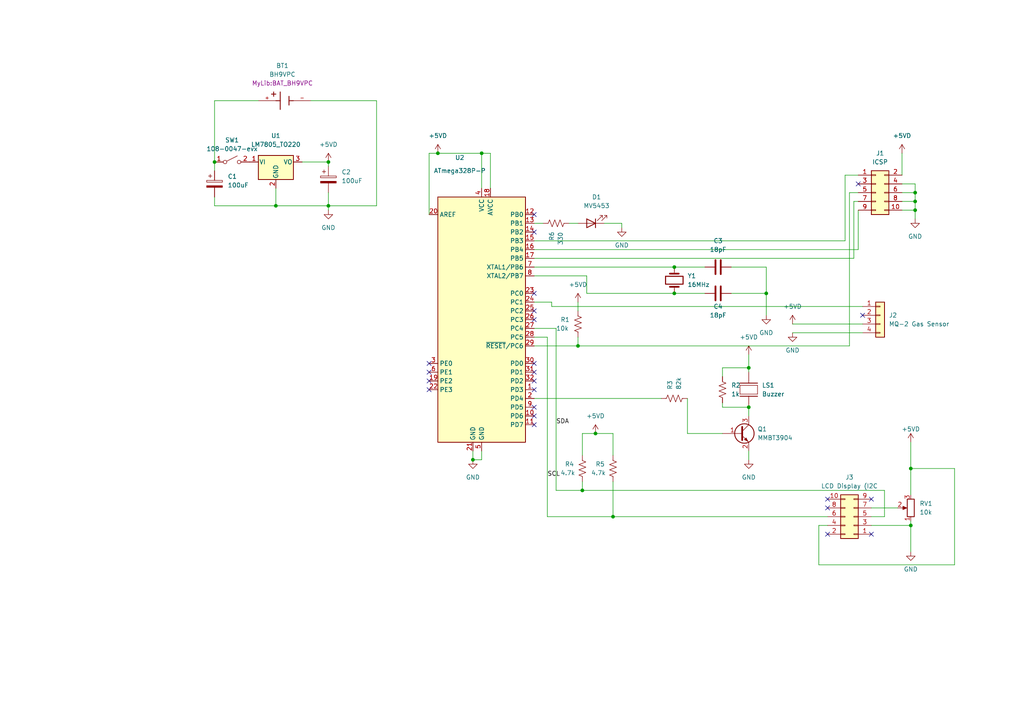
<source format=kicad_sch>
(kicad_sch (version 20211123) (generator eeschema)

  (uuid cf59023e-29d9-462b-915c-e7ab9680e211)

  (paper "A4")

  (title_block
    (title "Gas Leakage Detector")
    (date "2022-10-04")
    (rev "1")
    (company "NAIT")
    (comment 1 "Designer: Nubal Manhas")
    (comment 2 "Approval: Ross Taylor")
  )

  (lib_symbols
    (symbol "BH9VPC:BH9VPC" (pin_names (offset 1.016) hide) (in_bom yes) (on_board yes)
      (property "Reference" "BT1" (id 0) (at -0.635 10.16 0)
        (effects (font (size 1.27 1.27)))
      )
      (property "Value" "BH9VPC" (id 1) (at -0.635 7.62 0)
        (effects (font (size 1.27 1.27)))
      )
      (property "Footprint" "MyLib:BAT_BH9VPC" (id 2) (at -0.635 5.08 0)
        (effects (font (size 1.27 1.27)))
      )
      (property "Datasheet" "" (id 3) (at 0 0 0)
        (effects (font (size 1.27 1.27)) (justify left bottom) hide)
      )
      (property "MAXIMUM_PACKAGE_HEIGHT" "20.62mm" (id 4) (at 5.08 2.54 0)
        (effects (font (size 1.27 1.27)) (justify left bottom) hide)
      )
      (property "MANUFACTURER" "MPD" (id 5) (at 0 0 0)
        (effects (font (size 1.27 1.27)) (justify left bottom) hide)
      )
      (property "PARTREV" "F" (id 6) (at 0 0 0)
        (effects (font (size 1.27 1.27)) (justify left bottom) hide)
      )
      (property "STANDARD" "Manufacturer Recommendations" (id 7) (at 0 0 0)
        (effects (font (size 1.27 1.27)) (justify left bottom) hide)
      )
      (property "ki_locked" "" (id 8) (at 0 0 0)
        (effects (font (size 1.27 1.27)))
      )
      (symbol "BH9VPC_0_0"
        (polyline
          (pts
            (xy -3.81 1.905)
            (xy -2.54 1.905)
          )
          (stroke (width 0.254) (type default) (color 0 0 0 0))
          (fill (type none))
        )
        (polyline
          (pts
            (xy -3.175 2.54)
            (xy -3.175 1.27)
          )
          (stroke (width 0.254) (type default) (color 0 0 0 0))
          (fill (type none))
        )
        (polyline
          (pts
            (xy -1.27 0)
            (xy -2.54 0)
          )
          (stroke (width 0.254) (type default) (color 0 0 0 0))
          (fill (type none))
        )
        (polyline
          (pts
            (xy -1.27 0)
            (xy -1.27 -2.54)
          )
          (stroke (width 0.254) (type default) (color 0 0 0 0))
          (fill (type none))
        )
        (polyline
          (pts
            (xy -1.27 2.54)
            (xy -1.27 0)
          )
          (stroke (width 0.254) (type default) (color 0 0 0 0))
          (fill (type none))
        )
        (polyline
          (pts
            (xy 1.27 0)
            (xy 1.27 -1.27)
          )
          (stroke (width 0.254) (type default) (color 0 0 0 0))
          (fill (type none))
        )
        (polyline
          (pts
            (xy 1.27 0)
            (xy 2.54 0)
          )
          (stroke (width 0.254) (type default) (color 0 0 0 0))
          (fill (type none))
        )
        (polyline
          (pts
            (xy 1.27 1.27)
            (xy 1.27 0)
          )
          (stroke (width 0.254) (type default) (color 0 0 0 0))
          (fill (type none))
        )
        (pin power_out line (at -7.62 0 0) (length 5.08)
          (name "~" (effects (font (size 1.016 1.016))))
          (number "+" (effects (font (size 1.016 1.016))))
        )
        (pin power_out line (at 7.62 0 180) (length 5.08)
          (name "~" (effects (font (size 1.016 1.016))))
          (number "-" (effects (font (size 1.016 1.016))))
        )
      )
    )
    (symbol "Connector_Generic:Conn_01x04" (pin_names (offset 1.016) hide) (in_bom yes) (on_board yes)
      (property "Reference" "J2" (id 0) (at 2.54 0.0001 0)
        (effects (font (size 1.27 1.27)) (justify left))
      )
      (property "Value" "MQ-2 Gas Sensor" (id 1) (at 2.54 -2.5399 0)
        (effects (font (size 1.27 1.27)) (justify left))
      )
      (property "Footprint" "Connector_PinHeader_2.54mm:PinHeader_1x05_P2.54mm_Vertical" (id 2) (at 0 6.35 0)
        (effects (font (size 1.27 1.27)) hide)
      )
      (property "Datasheet" "~" (id 3) (at 0 0 0)
        (effects (font (size 1.27 1.27)) hide)
      )
      (property "ki_keywords" "connector" (id 4) (at 0 0 0)
        (effects (font (size 1.27 1.27)) hide)
      )
      (property "ki_description" "Generic connector, single row, 01x04, script generated (kicad-library-utils/schlib/autogen/connector/)" (id 5) (at 0 0 0)
        (effects (font (size 1.27 1.27)) hide)
      )
      (property "ki_fp_filters" "Connector*:*_1x??_*" (id 6) (at 0 0 0)
        (effects (font (size 1.27 1.27)) hide)
      )
      (symbol "Conn_01x04_1_1"
        (rectangle (start -1.27 -4.953) (end 0 -5.207)
          (stroke (width 0.1524) (type default) (color 0 0 0 0))
          (fill (type none))
        )
        (rectangle (start -1.27 -2.413) (end 0 -2.667)
          (stroke (width 0.1524) (type default) (color 0 0 0 0))
          (fill (type none))
        )
        (rectangle (start -1.27 0.127) (end 0 -0.127)
          (stroke (width 0.1524) (type default) (color 0 0 0 0))
          (fill (type none))
        )
        (rectangle (start -1.27 2.667) (end 0 2.413)
          (stroke (width 0.1524) (type default) (color 0 0 0 0))
          (fill (type none))
        )
        (rectangle (start -1.27 3.81) (end 1.27 -6.35)
          (stroke (width 0.254) (type default) (color 0 0 0 0))
          (fill (type background))
        )
        (pin passive line (at -5.08 2.54 0) (length 3.81)
          (name "Pin_1" (effects (font (size 1.27 1.27))))
          (number "1" (effects (font (size 1.27 1.27))))
        )
        (pin passive line (at -5.08 0 0) (length 3.81)
          (name "Pin_2" (effects (font (size 1.27 1.27))))
          (number "2" (effects (font (size 1.27 1.27))))
        )
        (pin passive line (at -5.08 -2.54 0) (length 3.81)
          (name "Pin_3" (effects (font (size 1.27 1.27))))
          (number "3" (effects (font (size 1.27 1.27))))
        )
        (pin passive line (at -5.08 -5.08 0) (length 3.81)
          (name "Pin_4" (effects (font (size 1.27 1.27))))
          (number "4" (effects (font (size 1.27 1.27))))
        )
      )
    )
    (symbol "Connector_Generic:Conn_02x05_Odd_Even" (pin_names (offset 1.016) hide) (in_bom yes) (on_board yes)
      (property "Reference" "J" (id 0) (at 1.27 7.62 0)
        (effects (font (size 1.27 1.27)))
      )
      (property "Value" "Conn_02x05_Odd_Even" (id 1) (at 1.27 -7.62 0)
        (effects (font (size 1.27 1.27)))
      )
      (property "Footprint" "" (id 2) (at 0 0 0)
        (effects (font (size 1.27 1.27)) hide)
      )
      (property "Datasheet" "~" (id 3) (at 0 0 0)
        (effects (font (size 1.27 1.27)) hide)
      )
      (property "ki_keywords" "connector" (id 4) (at 0 0 0)
        (effects (font (size 1.27 1.27)) hide)
      )
      (property "ki_description" "Generic connector, double row, 02x05, odd/even pin numbering scheme (row 1 odd numbers, row 2 even numbers), script generated (kicad-library-utils/schlib/autogen/connector/)" (id 5) (at 0 0 0)
        (effects (font (size 1.27 1.27)) hide)
      )
      (property "ki_fp_filters" "Connector*:*_2x??_*" (id 6) (at 0 0 0)
        (effects (font (size 1.27 1.27)) hide)
      )
      (symbol "Conn_02x05_Odd_Even_1_1"
        (rectangle (start -1.27 -4.953) (end 0 -5.207)
          (stroke (width 0.1524) (type default) (color 0 0 0 0))
          (fill (type none))
        )
        (rectangle (start -1.27 -2.413) (end 0 -2.667)
          (stroke (width 0.1524) (type default) (color 0 0 0 0))
          (fill (type none))
        )
        (rectangle (start -1.27 0.127) (end 0 -0.127)
          (stroke (width 0.1524) (type default) (color 0 0 0 0))
          (fill (type none))
        )
        (rectangle (start -1.27 2.667) (end 0 2.413)
          (stroke (width 0.1524) (type default) (color 0 0 0 0))
          (fill (type none))
        )
        (rectangle (start -1.27 5.207) (end 0 4.953)
          (stroke (width 0.1524) (type default) (color 0 0 0 0))
          (fill (type none))
        )
        (rectangle (start -1.27 6.35) (end 3.81 -6.35)
          (stroke (width 0.254) (type default) (color 0 0 0 0))
          (fill (type background))
        )
        (rectangle (start 3.81 -4.953) (end 2.54 -5.207)
          (stroke (width 0.1524) (type default) (color 0 0 0 0))
          (fill (type none))
        )
        (rectangle (start 3.81 -2.413) (end 2.54 -2.667)
          (stroke (width 0.1524) (type default) (color 0 0 0 0))
          (fill (type none))
        )
        (rectangle (start 3.81 0.127) (end 2.54 -0.127)
          (stroke (width 0.1524) (type default) (color 0 0 0 0))
          (fill (type none))
        )
        (rectangle (start 3.81 2.667) (end 2.54 2.413)
          (stroke (width 0.1524) (type default) (color 0 0 0 0))
          (fill (type none))
        )
        (rectangle (start 3.81 5.207) (end 2.54 4.953)
          (stroke (width 0.1524) (type default) (color 0 0 0 0))
          (fill (type none))
        )
        (pin passive line (at -5.08 5.08 0) (length 3.81)
          (name "Pin_1" (effects (font (size 1.27 1.27))))
          (number "1" (effects (font (size 1.27 1.27))))
        )
        (pin passive line (at 7.62 -5.08 180) (length 3.81)
          (name "Pin_10" (effects (font (size 1.27 1.27))))
          (number "10" (effects (font (size 1.27 1.27))))
        )
        (pin passive line (at 7.62 5.08 180) (length 3.81)
          (name "Pin_2" (effects (font (size 1.27 1.27))))
          (number "2" (effects (font (size 1.27 1.27))))
        )
        (pin passive line (at -5.08 2.54 0) (length 3.81)
          (name "Pin_3" (effects (font (size 1.27 1.27))))
          (number "3" (effects (font (size 1.27 1.27))))
        )
        (pin passive line (at 7.62 2.54 180) (length 3.81)
          (name "Pin_4" (effects (font (size 1.27 1.27))))
          (number "4" (effects (font (size 1.27 1.27))))
        )
        (pin passive line (at -5.08 0 0) (length 3.81)
          (name "Pin_5" (effects (font (size 1.27 1.27))))
          (number "5" (effects (font (size 1.27 1.27))))
        )
        (pin passive line (at 7.62 0 180) (length 3.81)
          (name "Pin_6" (effects (font (size 1.27 1.27))))
          (number "6" (effects (font (size 1.27 1.27))))
        )
        (pin passive line (at -5.08 -2.54 0) (length 3.81)
          (name "Pin_7" (effects (font (size 1.27 1.27))))
          (number "7" (effects (font (size 1.27 1.27))))
        )
        (pin passive line (at 7.62 -2.54 180) (length 3.81)
          (name "Pin_8" (effects (font (size 1.27 1.27))))
          (number "8" (effects (font (size 1.27 1.27))))
        )
        (pin passive line (at -5.08 -5.08 0) (length 3.81)
          (name "Pin_9" (effects (font (size 1.27 1.27))))
          (number "9" (effects (font (size 1.27 1.27))))
        )
      )
    )
    (symbol "Device:C" (pin_numbers hide) (pin_names (offset 0.254)) (in_bom yes) (on_board yes)
      (property "Reference" "C" (id 0) (at 0.635 2.54 0)
        (effects (font (size 1.27 1.27)) (justify left))
      )
      (property "Value" "C" (id 1) (at 0.635 -2.54 0)
        (effects (font (size 1.27 1.27)) (justify left))
      )
      (property "Footprint" "" (id 2) (at 0.9652 -3.81 0)
        (effects (font (size 1.27 1.27)) hide)
      )
      (property "Datasheet" "~" (id 3) (at 0 0 0)
        (effects (font (size 1.27 1.27)) hide)
      )
      (property "ki_keywords" "cap capacitor" (id 4) (at 0 0 0)
        (effects (font (size 1.27 1.27)) hide)
      )
      (property "ki_description" "Unpolarized capacitor" (id 5) (at 0 0 0)
        (effects (font (size 1.27 1.27)) hide)
      )
      (property "ki_fp_filters" "C_*" (id 6) (at 0 0 0)
        (effects (font (size 1.27 1.27)) hide)
      )
      (symbol "C_0_1"
        (polyline
          (pts
            (xy -2.032 -0.762)
            (xy 2.032 -0.762)
          )
          (stroke (width 0.508) (type default) (color 0 0 0 0))
          (fill (type none))
        )
        (polyline
          (pts
            (xy -2.032 0.762)
            (xy 2.032 0.762)
          )
          (stroke (width 0.508) (type default) (color 0 0 0 0))
          (fill (type none))
        )
      )
      (symbol "C_1_1"
        (pin passive line (at 0 3.81 270) (length 2.794)
          (name "~" (effects (font (size 1.27 1.27))))
          (number "1" (effects (font (size 1.27 1.27))))
        )
        (pin passive line (at 0 -3.81 90) (length 2.794)
          (name "~" (effects (font (size 1.27 1.27))))
          (number "2" (effects (font (size 1.27 1.27))))
        )
      )
    )
    (symbol "Device:C_Polarized" (pin_numbers hide) (pin_names (offset 0.254)) (in_bom yes) (on_board yes)
      (property "Reference" "C" (id 0) (at 0.635 2.54 0)
        (effects (font (size 1.27 1.27)) (justify left))
      )
      (property "Value" "C_Polarized" (id 1) (at 0.635 -2.54 0)
        (effects (font (size 1.27 1.27)) (justify left))
      )
      (property "Footprint" "" (id 2) (at 0.9652 -3.81 0)
        (effects (font (size 1.27 1.27)) hide)
      )
      (property "Datasheet" "~" (id 3) (at 0 0 0)
        (effects (font (size 1.27 1.27)) hide)
      )
      (property "ki_keywords" "cap capacitor" (id 4) (at 0 0 0)
        (effects (font (size 1.27 1.27)) hide)
      )
      (property "ki_description" "Polarized capacitor" (id 5) (at 0 0 0)
        (effects (font (size 1.27 1.27)) hide)
      )
      (property "ki_fp_filters" "CP_*" (id 6) (at 0 0 0)
        (effects (font (size 1.27 1.27)) hide)
      )
      (symbol "C_Polarized_0_1"
        (rectangle (start -2.286 0.508) (end 2.286 1.016)
          (stroke (width 0) (type default) (color 0 0 0 0))
          (fill (type none))
        )
        (polyline
          (pts
            (xy -1.778 2.286)
            (xy -0.762 2.286)
          )
          (stroke (width 0) (type default) (color 0 0 0 0))
          (fill (type none))
        )
        (polyline
          (pts
            (xy -1.27 2.794)
            (xy -1.27 1.778)
          )
          (stroke (width 0) (type default) (color 0 0 0 0))
          (fill (type none))
        )
        (rectangle (start 2.286 -0.508) (end -2.286 -1.016)
          (stroke (width 0) (type default) (color 0 0 0 0))
          (fill (type outline))
        )
      )
      (symbol "C_Polarized_1_1"
        (pin passive line (at 0 3.81 270) (length 2.794)
          (name "~" (effects (font (size 1.27 1.27))))
          (number "1" (effects (font (size 1.27 1.27))))
        )
        (pin passive line (at 0 -3.81 90) (length 2.794)
          (name "~" (effects (font (size 1.27 1.27))))
          (number "2" (effects (font (size 1.27 1.27))))
        )
      )
    )
    (symbol "Device:Crystal" (pin_numbers hide) (pin_names (offset 1.016) hide) (in_bom yes) (on_board yes)
      (property "Reference" "Y" (id 0) (at 0 3.81 0)
        (effects (font (size 1.27 1.27)))
      )
      (property "Value" "Crystal" (id 1) (at 0 -3.81 0)
        (effects (font (size 1.27 1.27)))
      )
      (property "Footprint" "" (id 2) (at 0 0 0)
        (effects (font (size 1.27 1.27)) hide)
      )
      (property "Datasheet" "~" (id 3) (at 0 0 0)
        (effects (font (size 1.27 1.27)) hide)
      )
      (property "ki_keywords" "quartz ceramic resonator oscillator" (id 4) (at 0 0 0)
        (effects (font (size 1.27 1.27)) hide)
      )
      (property "ki_description" "Two pin crystal" (id 5) (at 0 0 0)
        (effects (font (size 1.27 1.27)) hide)
      )
      (property "ki_fp_filters" "Crystal*" (id 6) (at 0 0 0)
        (effects (font (size 1.27 1.27)) hide)
      )
      (symbol "Crystal_0_1"
        (rectangle (start -1.143 2.54) (end 1.143 -2.54)
          (stroke (width 0.3048) (type default) (color 0 0 0 0))
          (fill (type none))
        )
        (polyline
          (pts
            (xy -2.54 0)
            (xy -1.905 0)
          )
          (stroke (width 0) (type default) (color 0 0 0 0))
          (fill (type none))
        )
        (polyline
          (pts
            (xy -1.905 -1.27)
            (xy -1.905 1.27)
          )
          (stroke (width 0.508) (type default) (color 0 0 0 0))
          (fill (type none))
        )
        (polyline
          (pts
            (xy 1.905 -1.27)
            (xy 1.905 1.27)
          )
          (stroke (width 0.508) (type default) (color 0 0 0 0))
          (fill (type none))
        )
        (polyline
          (pts
            (xy 2.54 0)
            (xy 1.905 0)
          )
          (stroke (width 0) (type default) (color 0 0 0 0))
          (fill (type none))
        )
      )
      (symbol "Crystal_1_1"
        (pin passive line (at -3.81 0 0) (length 1.27)
          (name "1" (effects (font (size 1.27 1.27))))
          (number "1" (effects (font (size 1.27 1.27))))
        )
        (pin passive line (at 3.81 0 180) (length 1.27)
          (name "2" (effects (font (size 1.27 1.27))))
          (number "2" (effects (font (size 1.27 1.27))))
        )
      )
    )
    (symbol "Device:LED" (pin_numbers hide) (pin_names (offset 1.016) hide) (in_bom yes) (on_board yes)
      (property "Reference" "D" (id 0) (at 0 2.54 0)
        (effects (font (size 1.27 1.27)))
      )
      (property "Value" "LED" (id 1) (at 0 -2.54 0)
        (effects (font (size 1.27 1.27)))
      )
      (property "Footprint" "" (id 2) (at 0 0 0)
        (effects (font (size 1.27 1.27)) hide)
      )
      (property "Datasheet" "~" (id 3) (at 0 0 0)
        (effects (font (size 1.27 1.27)) hide)
      )
      (property "ki_keywords" "LED diode" (id 4) (at 0 0 0)
        (effects (font (size 1.27 1.27)) hide)
      )
      (property "ki_description" "Light emitting diode" (id 5) (at 0 0 0)
        (effects (font (size 1.27 1.27)) hide)
      )
      (property "ki_fp_filters" "LED* LED_SMD:* LED_THT:*" (id 6) (at 0 0 0)
        (effects (font (size 1.27 1.27)) hide)
      )
      (symbol "LED_0_1"
        (polyline
          (pts
            (xy -1.27 -1.27)
            (xy -1.27 1.27)
          )
          (stroke (width 0.254) (type default) (color 0 0 0 0))
          (fill (type none))
        )
        (polyline
          (pts
            (xy -1.27 0)
            (xy 1.27 0)
          )
          (stroke (width 0) (type default) (color 0 0 0 0))
          (fill (type none))
        )
        (polyline
          (pts
            (xy 1.27 -1.27)
            (xy 1.27 1.27)
            (xy -1.27 0)
            (xy 1.27 -1.27)
          )
          (stroke (width 0.254) (type default) (color 0 0 0 0))
          (fill (type none))
        )
        (polyline
          (pts
            (xy -3.048 -0.762)
            (xy -4.572 -2.286)
            (xy -3.81 -2.286)
            (xy -4.572 -2.286)
            (xy -4.572 -1.524)
          )
          (stroke (width 0) (type default) (color 0 0 0 0))
          (fill (type none))
        )
        (polyline
          (pts
            (xy -1.778 -0.762)
            (xy -3.302 -2.286)
            (xy -2.54 -2.286)
            (xy -3.302 -2.286)
            (xy -3.302 -1.524)
          )
          (stroke (width 0) (type default) (color 0 0 0 0))
          (fill (type none))
        )
      )
      (symbol "LED_1_1"
        (pin passive line (at -3.81 0 0) (length 2.54)
          (name "K" (effects (font (size 1.27 1.27))))
          (number "1" (effects (font (size 1.27 1.27))))
        )
        (pin passive line (at 3.81 0 180) (length 2.54)
          (name "A" (effects (font (size 1.27 1.27))))
          (number "2" (effects (font (size 1.27 1.27))))
        )
      )
    )
    (symbol "Device:R_Potentiometer" (pin_names (offset 1.016) hide) (in_bom yes) (on_board yes)
      (property "Reference" "RV" (id 0) (at -4.445 0 90)
        (effects (font (size 1.27 1.27)))
      )
      (property "Value" "R_Potentiometer" (id 1) (at -2.54 0 90)
        (effects (font (size 1.27 1.27)))
      )
      (property "Footprint" "" (id 2) (at 0 0 0)
        (effects (font (size 1.27 1.27)) hide)
      )
      (property "Datasheet" "~" (id 3) (at 0 0 0)
        (effects (font (size 1.27 1.27)) hide)
      )
      (property "ki_keywords" "resistor variable" (id 4) (at 0 0 0)
        (effects (font (size 1.27 1.27)) hide)
      )
      (property "ki_description" "Potentiometer" (id 5) (at 0 0 0)
        (effects (font (size 1.27 1.27)) hide)
      )
      (property "ki_fp_filters" "Potentiometer*" (id 6) (at 0 0 0)
        (effects (font (size 1.27 1.27)) hide)
      )
      (symbol "R_Potentiometer_0_1"
        (polyline
          (pts
            (xy 2.54 0)
            (xy 1.524 0)
          )
          (stroke (width 0) (type default) (color 0 0 0 0))
          (fill (type none))
        )
        (polyline
          (pts
            (xy 1.143 0)
            (xy 2.286 0.508)
            (xy 2.286 -0.508)
            (xy 1.143 0)
          )
          (stroke (width 0) (type default) (color 0 0 0 0))
          (fill (type outline))
        )
        (rectangle (start 1.016 2.54) (end -1.016 -2.54)
          (stroke (width 0.254) (type default) (color 0 0 0 0))
          (fill (type none))
        )
      )
      (symbol "R_Potentiometer_1_1"
        (pin passive line (at 0 3.81 270) (length 1.27)
          (name "1" (effects (font (size 1.27 1.27))))
          (number "1" (effects (font (size 1.27 1.27))))
        )
        (pin passive line (at 3.81 0 180) (length 1.27)
          (name "2" (effects (font (size 1.27 1.27))))
          (number "2" (effects (font (size 1.27 1.27))))
        )
        (pin passive line (at 0 -3.81 90) (length 1.27)
          (name "3" (effects (font (size 1.27 1.27))))
          (number "3" (effects (font (size 1.27 1.27))))
        )
      )
    )
    (symbol "Device:R_US" (pin_numbers hide) (pin_names (offset 0)) (in_bom yes) (on_board yes)
      (property "Reference" "R" (id 0) (at 2.54 0 90)
        (effects (font (size 1.27 1.27)))
      )
      (property "Value" "R_US" (id 1) (at -2.54 0 90)
        (effects (font (size 1.27 1.27)))
      )
      (property "Footprint" "" (id 2) (at 1.016 -0.254 90)
        (effects (font (size 1.27 1.27)) hide)
      )
      (property "Datasheet" "~" (id 3) (at 0 0 0)
        (effects (font (size 1.27 1.27)) hide)
      )
      (property "ki_keywords" "R res resistor" (id 4) (at 0 0 0)
        (effects (font (size 1.27 1.27)) hide)
      )
      (property "ki_description" "Resistor, US symbol" (id 5) (at 0 0 0)
        (effects (font (size 1.27 1.27)) hide)
      )
      (property "ki_fp_filters" "R_*" (id 6) (at 0 0 0)
        (effects (font (size 1.27 1.27)) hide)
      )
      (symbol "R_US_0_1"
        (polyline
          (pts
            (xy 0 -2.286)
            (xy 0 -2.54)
          )
          (stroke (width 0) (type default) (color 0 0 0 0))
          (fill (type none))
        )
        (polyline
          (pts
            (xy 0 2.286)
            (xy 0 2.54)
          )
          (stroke (width 0) (type default) (color 0 0 0 0))
          (fill (type none))
        )
        (polyline
          (pts
            (xy 0 -0.762)
            (xy 1.016 -1.143)
            (xy 0 -1.524)
            (xy -1.016 -1.905)
            (xy 0 -2.286)
          )
          (stroke (width 0) (type default) (color 0 0 0 0))
          (fill (type none))
        )
        (polyline
          (pts
            (xy 0 0.762)
            (xy 1.016 0.381)
            (xy 0 0)
            (xy -1.016 -0.381)
            (xy 0 -0.762)
          )
          (stroke (width 0) (type default) (color 0 0 0 0))
          (fill (type none))
        )
        (polyline
          (pts
            (xy 0 2.286)
            (xy 1.016 1.905)
            (xy 0 1.524)
            (xy -1.016 1.143)
            (xy 0 0.762)
          )
          (stroke (width 0) (type default) (color 0 0 0 0))
          (fill (type none))
        )
      )
      (symbol "R_US_1_1"
        (pin passive line (at 0 3.81 270) (length 1.27)
          (name "~" (effects (font (size 1.27 1.27))))
          (number "1" (effects (font (size 1.27 1.27))))
        )
        (pin passive line (at 0 -3.81 90) (length 1.27)
          (name "~" (effects (font (size 1.27 1.27))))
          (number "2" (effects (font (size 1.27 1.27))))
        )
      )
    )
    (symbol "MCU_Microchip_ATmega:ATmega328PB-A" (in_bom yes) (on_board yes)
      (property "Reference" "U2" (id 0) (at -6.35 46.99 0)
        (effects (font (size 1.27 1.27)))
      )
      (property "Value" "ATmega328P-P" (id 1) (at -6.35 43.18 0)
        (effects (font (size 1.27 1.27)))
      )
      (property "Footprint" "Package_QFP:TQFP-32_7x7mm_P0.8mm" (id 2) (at 0 0 0)
        (effects (font (size 1.27 1.27) italic) hide)
      )
      (property "Datasheet" "http://ww1.microchip.com/downloads/en/DeviceDoc/40001906C.pdf" (id 3) (at 0 0 0)
        (effects (font (size 1.27 1.27)) hide)
      )
      (property "ki_keywords" "AVR 8bit Microcontroller MegaAVR" (id 4) (at 0 0 0)
        (effects (font (size 1.27 1.27)) hide)
      )
      (property "ki_description" "20MHz, 32kB Flash, 2kB SRAM, 1kB EEPROM, TQFP-32" (id 5) (at 0 0 0)
        (effects (font (size 1.27 1.27)) hide)
      )
      (property "ki_fp_filters" "TQFP*7x7mm*P0.8mm*" (id 6) (at 0 0 0)
        (effects (font (size 1.27 1.27)) hide)
      )
      (symbol "ATmega328PB-A_0_1"
        (rectangle (start -12.7 -35.56) (end 12.7 35.56)
          (stroke (width 0.254) (type default) (color 0 0 0 0))
          (fill (type background))
        )
      )
      (symbol "ATmega328PB-A_1_1"
        (pin bidirectional line (at 15.24 -20.32 180) (length 2.54)
          (name "PD3" (effects (font (size 1.27 1.27))))
          (number "1" (effects (font (size 1.27 1.27))))
        )
        (pin bidirectional line (at 15.24 -27.94 180) (length 2.54)
          (name "PD6" (effects (font (size 1.27 1.27))))
          (number "10" (effects (font (size 1.27 1.27))))
        )
        (pin bidirectional line (at 15.24 -30.48 180) (length 2.54)
          (name "PD7" (effects (font (size 1.27 1.27))))
          (number "11" (effects (font (size 1.27 1.27))))
        )
        (pin bidirectional line (at 15.24 30.48 180) (length 2.54)
          (name "PB0" (effects (font (size 1.27 1.27))))
          (number "12" (effects (font (size 1.27 1.27))))
        )
        (pin bidirectional line (at 15.24 27.94 180) (length 2.54)
          (name "PB1" (effects (font (size 1.27 1.27))))
          (number "13" (effects (font (size 1.27 1.27))))
        )
        (pin bidirectional line (at 15.24 25.4 180) (length 2.54)
          (name "PB2" (effects (font (size 1.27 1.27))))
          (number "14" (effects (font (size 1.27 1.27))))
        )
        (pin bidirectional line (at 15.24 22.86 180) (length 2.54)
          (name "PB3" (effects (font (size 1.27 1.27))))
          (number "15" (effects (font (size 1.27 1.27))))
        )
        (pin bidirectional line (at 15.24 20.32 180) (length 2.54)
          (name "PB4" (effects (font (size 1.27 1.27))))
          (number "16" (effects (font (size 1.27 1.27))))
        )
        (pin bidirectional line (at 15.24 17.78 180) (length 2.54)
          (name "PB5" (effects (font (size 1.27 1.27))))
          (number "17" (effects (font (size 1.27 1.27))))
        )
        (pin power_in line (at 2.54 38.1 270) (length 2.54)
          (name "AVCC" (effects (font (size 1.27 1.27))))
          (number "18" (effects (font (size 1.27 1.27))))
        )
        (pin bidirectional line (at -15.24 -17.78 0) (length 2.54)
          (name "PE2" (effects (font (size 1.27 1.27))))
          (number "19" (effects (font (size 1.27 1.27))))
        )
        (pin bidirectional line (at 15.24 -22.86 180) (length 2.54)
          (name "PD4" (effects (font (size 1.27 1.27))))
          (number "2" (effects (font (size 1.27 1.27))))
        )
        (pin passive line (at -15.24 30.48 0) (length 2.54)
          (name "AREF" (effects (font (size 1.27 1.27))))
          (number "20" (effects (font (size 1.27 1.27))))
        )
        (pin passive line (at -2.54 -38.1 90) (length 2.54)
          (name "GND" (effects (font (size 1.27 1.27))))
          (number "21" (effects (font (size 1.27 1.27))))
        )
        (pin bidirectional line (at -15.24 -20.32 0) (length 2.54)
          (name "PE3" (effects (font (size 1.27 1.27))))
          (number "22" (effects (font (size 1.27 1.27))))
        )
        (pin bidirectional line (at 15.24 7.62 180) (length 2.54)
          (name "PC0" (effects (font (size 1.27 1.27))))
          (number "23" (effects (font (size 1.27 1.27))))
        )
        (pin bidirectional line (at 15.24 5.08 180) (length 2.54)
          (name "PC1" (effects (font (size 1.27 1.27))))
          (number "24" (effects (font (size 1.27 1.27))))
        )
        (pin bidirectional line (at 15.24 2.54 180) (length 2.54)
          (name "PC2" (effects (font (size 1.27 1.27))))
          (number "25" (effects (font (size 1.27 1.27))))
        )
        (pin bidirectional line (at 15.24 0 180) (length 2.54)
          (name "PC3" (effects (font (size 1.27 1.27))))
          (number "26" (effects (font (size 1.27 1.27))))
        )
        (pin bidirectional line (at 15.24 -2.54 180) (length 2.54)
          (name "PC4" (effects (font (size 1.27 1.27))))
          (number "27" (effects (font (size 1.27 1.27))))
        )
        (pin bidirectional line (at 15.24 -5.08 180) (length 2.54)
          (name "PC5" (effects (font (size 1.27 1.27))))
          (number "28" (effects (font (size 1.27 1.27))))
        )
        (pin bidirectional line (at 15.24 -7.62 180) (length 2.54)
          (name "~{RESET}/PC6" (effects (font (size 1.27 1.27))))
          (number "29" (effects (font (size 1.27 1.27))))
        )
        (pin bidirectional line (at -15.24 -12.7 0) (length 2.54)
          (name "PE0" (effects (font (size 1.27 1.27))))
          (number "3" (effects (font (size 1.27 1.27))))
        )
        (pin bidirectional line (at 15.24 -12.7 180) (length 2.54)
          (name "PD0" (effects (font (size 1.27 1.27))))
          (number "30" (effects (font (size 1.27 1.27))))
        )
        (pin bidirectional line (at 15.24 -15.24 180) (length 2.54)
          (name "PD1" (effects (font (size 1.27 1.27))))
          (number "31" (effects (font (size 1.27 1.27))))
        )
        (pin bidirectional line (at 15.24 -17.78 180) (length 2.54)
          (name "PD2" (effects (font (size 1.27 1.27))))
          (number "32" (effects (font (size 1.27 1.27))))
        )
        (pin power_in line (at 0 38.1 270) (length 2.54)
          (name "VCC" (effects (font (size 1.27 1.27))))
          (number "4" (effects (font (size 1.27 1.27))))
        )
        (pin power_in line (at 0 -38.1 90) (length 2.54)
          (name "GND" (effects (font (size 1.27 1.27))))
          (number "5" (effects (font (size 1.27 1.27))))
        )
        (pin bidirectional line (at -15.24 -15.24 0) (length 2.54)
          (name "PE1" (effects (font (size 1.27 1.27))))
          (number "6" (effects (font (size 1.27 1.27))))
        )
        (pin bidirectional line (at 15.24 15.24 180) (length 2.54)
          (name "XTAL1/PB6" (effects (font (size 1.27 1.27))))
          (number "7" (effects (font (size 1.27 1.27))))
        )
        (pin bidirectional line (at 15.24 12.7 180) (length 2.54)
          (name "XTAL2/PB7" (effects (font (size 1.27 1.27))))
          (number "8" (effects (font (size 1.27 1.27))))
        )
        (pin bidirectional line (at 15.24 -25.4 180) (length 2.54)
          (name "PD5" (effects (font (size 1.27 1.27))))
          (number "9" (effects (font (size 1.27 1.27))))
        )
      )
    )
    (symbol "PS1240P02BT:PS1240P02BT" (pin_numbers hide) (pin_names (offset 1.016) hide) (in_bom yes) (on_board yes)
      (property "Reference" "LS" (id 0) (at -3.81 3.81 0)
        (effects (font (size 1.27 1.27)) (justify left bottom))
      )
      (property "Value" "PS1240P02BT" (id 1) (at -3.81 -5.08 0)
        (effects (font (size 1.27 1.27)) (justify left bottom))
      )
      (property "Footprint" "XDCR_PS1240P02BT" (id 2) (at 0 0 0)
        (effects (font (size 1.27 1.27)) (justify left bottom) hide)
      )
      (property "Datasheet" "" (id 3) (at 0 0 0)
        (effects (font (size 1.27 1.27)) (justify left bottom) hide)
      )
      (property "MP" "PS1240P02CT3" (id 4) (at 0 0 0)
        (effects (font (size 1.27 1.27)) (justify left bottom) hide)
      )
      (property "PACKAGE" "SIP-5 TDK" (id 5) (at 0 0 0)
        (effects (font (size 1.27 1.27)) (justify left bottom) hide)
      )
      (property "MAXIMUM_PACKAGE_HEIGHT" "7.0mm" (id 6) (at 0 0 0)
        (effects (font (size 1.27 1.27)) (justify left bottom) hide)
      )
      (property "MF" "TDK" (id 7) (at 0 0 0)
        (effects (font (size 1.27 1.27)) (justify left bottom) hide)
      )
      (property "PRICE" "None" (id 8) (at 0 0 0)
        (effects (font (size 1.27 1.27)) (justify left bottom) hide)
      )
      (property "DESCRIPTION" "Buzzers Transducer, Externally Driven Piezo 3V 4kHz 60dB @ 3V, 10cm Through Hole PC Pins" (id 9) (at 0 0 0)
        (effects (font (size 1.27 1.27)) (justify left bottom) hide)
      )
      (property "AVAILABILITY" "Unavailable" (id 10) (at 0 0 0)
        (effects (font (size 1.27 1.27)) (justify left bottom) hide)
      )
      (property "ki_locked" "" (id 11) (at 0 0 0)
        (effects (font (size 1.27 1.27)))
      )
      (symbol "PS1240P02BT_0_0"
        (polyline
          (pts
            (xy -2.54 0)
            (xy -1.905 0)
          )
          (stroke (width 0.1524) (type default) (color 0 0 0 0))
          (fill (type none))
        )
        (polyline
          (pts
            (xy -1.905 -2.54)
            (xy -1.905 0)
          )
          (stroke (width 0.254) (type default) (color 0 0 0 0))
          (fill (type none))
        )
        (polyline
          (pts
            (xy -1.905 0)
            (xy -1.905 2.54)
          )
          (stroke (width 0.254) (type default) (color 0 0 0 0))
          (fill (type none))
        )
        (polyline
          (pts
            (xy -1.27 -2.54)
            (xy 1.27 -2.54)
          )
          (stroke (width 0.1524) (type default) (color 0 0 0 0))
          (fill (type none))
        )
        (polyline
          (pts
            (xy -1.27 2.54)
            (xy -1.27 -2.54)
          )
          (stroke (width 0.1524) (type default) (color 0 0 0 0))
          (fill (type none))
        )
        (polyline
          (pts
            (xy 1.27 -2.54)
            (xy 1.27 2.54)
          )
          (stroke (width 0.1524) (type default) (color 0 0 0 0))
          (fill (type none))
        )
        (polyline
          (pts
            (xy 1.27 2.54)
            (xy -1.27 2.54)
          )
          (stroke (width 0.1524) (type default) (color 0 0 0 0))
          (fill (type none))
        )
        (polyline
          (pts
            (xy 1.905 0)
            (xy 1.905 -2.54)
          )
          (stroke (width 0.254) (type default) (color 0 0 0 0))
          (fill (type none))
        )
        (polyline
          (pts
            (xy 1.905 0)
            (xy 2.54 0)
          )
          (stroke (width 0.1524) (type default) (color 0 0 0 0))
          (fill (type none))
        )
        (polyline
          (pts
            (xy 1.905 2.54)
            (xy 1.905 0)
          )
          (stroke (width 0.254) (type default) (color 0 0 0 0))
          (fill (type none))
        )
        (pin passive line (at -5.08 0 0) (length 2.54)
          (name "~" (effects (font (size 1.016 1.016))))
          (number "1" (effects (font (size 1.016 1.016))))
        )
        (pin passive line (at 5.08 0 180) (length 2.54)
          (name "~" (effects (font (size 1.016 1.016))))
          (number "2" (effects (font (size 1.016 1.016))))
        )
      )
    )
    (symbol "Regulator_Linear:LM7805_TO220" (pin_names (offset 0.254)) (in_bom yes) (on_board yes)
      (property "Reference" "U" (id 0) (at -3.81 3.175 0)
        (effects (font (size 1.27 1.27)))
      )
      (property "Value" "LM7805_TO220" (id 1) (at 0 3.175 0)
        (effects (font (size 1.27 1.27)) (justify left))
      )
      (property "Footprint" "Package_TO_SOT_THT:TO-220-3_Vertical" (id 2) (at 0 5.715 0)
        (effects (font (size 1.27 1.27) italic) hide)
      )
      (property "Datasheet" "https://www.onsemi.cn/PowerSolutions/document/MC7800-D.PDF" (id 3) (at 0 -1.27 0)
        (effects (font (size 1.27 1.27)) hide)
      )
      (property "ki_keywords" "Voltage Regulator 1A Positive" (id 4) (at 0 0 0)
        (effects (font (size 1.27 1.27)) hide)
      )
      (property "ki_description" "Positive 1A 35V Linear Regulator, Fixed Output 5V, TO-220" (id 5) (at 0 0 0)
        (effects (font (size 1.27 1.27)) hide)
      )
      (property "ki_fp_filters" "TO?220*" (id 6) (at 0 0 0)
        (effects (font (size 1.27 1.27)) hide)
      )
      (symbol "LM7805_TO220_0_1"
        (rectangle (start -5.08 1.905) (end 5.08 -5.08)
          (stroke (width 0.254) (type default) (color 0 0 0 0))
          (fill (type background))
        )
      )
      (symbol "LM7805_TO220_1_1"
        (pin power_in line (at -7.62 0 0) (length 2.54)
          (name "VI" (effects (font (size 1.27 1.27))))
          (number "1" (effects (font (size 1.27 1.27))))
        )
        (pin power_in line (at 0 -7.62 90) (length 2.54)
          (name "GND" (effects (font (size 1.27 1.27))))
          (number "2" (effects (font (size 1.27 1.27))))
        )
        (pin power_out line (at 7.62 0 180) (length 2.54)
          (name "VO" (effects (font (size 1.27 1.27))))
          (number "3" (effects (font (size 1.27 1.27))))
        )
      )
    )
    (symbol "Switch:SW_SPST" (pin_names (offset 0) hide) (in_bom yes) (on_board yes)
      (property "Reference" "SW1" (id 0) (at 0 6.35 0)
        (effects (font (size 1.27 1.27)))
      )
      (property "Value" "108-0047-evx" (id 1) (at 0 3.81 0)
        (effects (font (size 1.27 1.27)))
      )
      (property "Footprint" "" (id 2) (at 0 0 0)
        (effects (font (size 1.27 1.27)) hide)
      )
      (property "Datasheet" "~" (id 3) (at 0 0 0)
        (effects (font (size 1.27 1.27)) hide)
      )
      (property "ki_keywords" "switch lever" (id 4) (at 0 0 0)
        (effects (font (size 1.27 1.27)) hide)
      )
      (property "ki_description" "Single Pole Single Throw (SPST) switch" (id 5) (at 0 0 0)
        (effects (font (size 1.27 1.27)) hide)
      )
      (symbol "SW_SPST_0_0"
        (circle (center -2.032 0) (radius 0.508)
          (stroke (width 0) (type default) (color 0 0 0 0))
          (fill (type none))
        )
        (polyline
          (pts
            (xy -1.524 0.254)
            (xy 1.524 1.778)
          )
          (stroke (width 0) (type default) (color 0 0 0 0))
          (fill (type none))
        )
        (circle (center 2.032 0) (radius 0.508)
          (stroke (width 0) (type default) (color 0 0 0 0))
          (fill (type none))
        )
      )
      (symbol "SW_SPST_1_1"
        (pin power_in line (at -5.08 0 0) (length 2.54)
          (name "A" (effects (font (size 1.27 1.27))))
          (number "1" (effects (font (size 1.27 1.27))))
        )
        (pin power_out line (at 5.08 0 180) (length 2.54)
          (name "B" (effects (font (size 1.27 1.27))))
          (number "2" (effects (font (size 1.27 1.27))))
        )
      )
    )
    (symbol "Transistor_BJT:MMBT3904" (pin_names (offset 0) hide) (in_bom yes) (on_board yes)
      (property "Reference" "Q" (id 0) (at 5.08 1.905 0)
        (effects (font (size 1.27 1.27)) (justify left))
      )
      (property "Value" "MMBT3904" (id 1) (at 5.08 0 0)
        (effects (font (size 1.27 1.27)) (justify left))
      )
      (property "Footprint" "Package_TO_SOT_SMD:SOT-23" (id 2) (at 5.08 -1.905 0)
        (effects (font (size 1.27 1.27) italic) (justify left) hide)
      )
      (property "Datasheet" "https://www.onsemi.com/pub/Collateral/2N3903-D.PDF" (id 3) (at 0 0 0)
        (effects (font (size 1.27 1.27)) (justify left) hide)
      )
      (property "ki_keywords" "NPN Transistor" (id 4) (at 0 0 0)
        (effects (font (size 1.27 1.27)) hide)
      )
      (property "ki_description" "0.2A Ic, 40V Vce, Small Signal NPN Transistor, SOT-23" (id 5) (at 0 0 0)
        (effects (font (size 1.27 1.27)) hide)
      )
      (property "ki_fp_filters" "SOT?23*" (id 6) (at 0 0 0)
        (effects (font (size 1.27 1.27)) hide)
      )
      (symbol "MMBT3904_0_1"
        (polyline
          (pts
            (xy 0.635 0.635)
            (xy 2.54 2.54)
          )
          (stroke (width 0) (type default) (color 0 0 0 0))
          (fill (type none))
        )
        (polyline
          (pts
            (xy 0.635 -0.635)
            (xy 2.54 -2.54)
            (xy 2.54 -2.54)
          )
          (stroke (width 0) (type default) (color 0 0 0 0))
          (fill (type none))
        )
        (polyline
          (pts
            (xy 0.635 1.905)
            (xy 0.635 -1.905)
            (xy 0.635 -1.905)
          )
          (stroke (width 0.508) (type default) (color 0 0 0 0))
          (fill (type none))
        )
        (polyline
          (pts
            (xy 1.27 -1.778)
            (xy 1.778 -1.27)
            (xy 2.286 -2.286)
            (xy 1.27 -1.778)
            (xy 1.27 -1.778)
          )
          (stroke (width 0) (type default) (color 0 0 0 0))
          (fill (type outline))
        )
        (circle (center 1.27 0) (radius 2.8194)
          (stroke (width 0.254) (type default) (color 0 0 0 0))
          (fill (type none))
        )
      )
      (symbol "MMBT3904_1_1"
        (pin input line (at -5.08 0 0) (length 5.715)
          (name "B" (effects (font (size 1.27 1.27))))
          (number "1" (effects (font (size 1.27 1.27))))
        )
        (pin passive line (at 2.54 -5.08 90) (length 2.54)
          (name "E" (effects (font (size 1.27 1.27))))
          (number "2" (effects (font (size 1.27 1.27))))
        )
        (pin passive line (at 2.54 5.08 270) (length 2.54)
          (name "C" (effects (font (size 1.27 1.27))))
          (number "3" (effects (font (size 1.27 1.27))))
        )
      )
    )
    (symbol "power:+5VD" (power) (pin_names (offset 0)) (in_bom yes) (on_board yes)
      (property "Reference" "#PWR" (id 0) (at 0 -3.81 0)
        (effects (font (size 1.27 1.27)) hide)
      )
      (property "Value" "+5VD" (id 1) (at 0 3.556 0)
        (effects (font (size 1.27 1.27)))
      )
      (property "Footprint" "" (id 2) (at 0 0 0)
        (effects (font (size 1.27 1.27)) hide)
      )
      (property "Datasheet" "" (id 3) (at 0 0 0)
        (effects (font (size 1.27 1.27)) hide)
      )
      (property "ki_keywords" "power-flag" (id 4) (at 0 0 0)
        (effects (font (size 1.27 1.27)) hide)
      )
      (property "ki_description" "Power symbol creates a global label with name \"+5VD\"" (id 5) (at 0 0 0)
        (effects (font (size 1.27 1.27)) hide)
      )
      (symbol "+5VD_0_1"
        (polyline
          (pts
            (xy -0.762 1.27)
            (xy 0 2.54)
          )
          (stroke (width 0) (type default) (color 0 0 0 0))
          (fill (type none))
        )
        (polyline
          (pts
            (xy 0 0)
            (xy 0 2.54)
          )
          (stroke (width 0) (type default) (color 0 0 0 0))
          (fill (type none))
        )
        (polyline
          (pts
            (xy 0 2.54)
            (xy 0.762 1.27)
          )
          (stroke (width 0) (type default) (color 0 0 0 0))
          (fill (type none))
        )
      )
      (symbol "+5VD_1_1"
        (pin power_in line (at 0 0 90) (length 0) hide
          (name "+5VD" (effects (font (size 1.27 1.27))))
          (number "1" (effects (font (size 1.27 1.27))))
        )
      )
    )
    (symbol "power:GND" (power) (pin_names (offset 0)) (in_bom yes) (on_board yes)
      (property "Reference" "#PWR" (id 0) (at 0 -6.35 0)
        (effects (font (size 1.27 1.27)) hide)
      )
      (property "Value" "GND" (id 1) (at 0 -3.81 0)
        (effects (font (size 1.27 1.27)))
      )
      (property "Footprint" "" (id 2) (at 0 0 0)
        (effects (font (size 1.27 1.27)) hide)
      )
      (property "Datasheet" "" (id 3) (at 0 0 0)
        (effects (font (size 1.27 1.27)) hide)
      )
      (property "ki_keywords" "power-flag" (id 4) (at 0 0 0)
        (effects (font (size 1.27 1.27)) hide)
      )
      (property "ki_description" "Power symbol creates a global label with name \"GND\" , ground" (id 5) (at 0 0 0)
        (effects (font (size 1.27 1.27)) hide)
      )
      (symbol "GND_0_1"
        (polyline
          (pts
            (xy 0 0)
            (xy 0 -1.27)
            (xy 1.27 -1.27)
            (xy 0 -2.54)
            (xy -1.27 -1.27)
            (xy 0 -1.27)
          )
          (stroke (width 0) (type default) (color 0 0 0 0))
          (fill (type none))
        )
      )
      (symbol "GND_1_1"
        (pin power_in line (at 0 0 270) (length 0) hide
          (name "GND" (effects (font (size 1.27 1.27))))
          (number "1" (effects (font (size 1.27 1.27))))
        )
      )
    )
  )

  (junction (at 177.8 149.86) (diameter 0) (color 0 0 0 0)
    (uuid 1ffab0dd-c7a6-4e95-a475-3b4d3f178e51)
  )
  (junction (at 168.91 142.24) (diameter 0) (color 0 0 0 0)
    (uuid 2124405d-1bf4-45d5-aa3b-089033710c2e)
  )
  (junction (at 137.16 133.35) (diameter 0) (color 0 0 0 0)
    (uuid 250c8859-53d9-4b16-9e33-bcef2d0d08db)
  )
  (junction (at 95.25 46.99) (diameter 0) (color 0 0 0 0)
    (uuid 282d6281-168d-4a55-ba0f-6e223ac5c7ef)
  )
  (junction (at 265.43 60.96) (diameter 0) (color 0 0 0 0)
    (uuid 50c6815c-8c1f-4e85-8897-7d0091e40e1b)
  )
  (junction (at 195.58 85.09) (diameter 0) (color 0 0 0 0)
    (uuid 602b80ee-ad01-4b4a-97f5-0544959c82f8)
  )
  (junction (at 217.17 118.11) (diameter 0) (color 0 0 0 0)
    (uuid 6107bea0-aeb6-484f-bec5-0324e269f044)
  )
  (junction (at 95.25 59.69) (diameter 0) (color 0 0 0 0)
    (uuid 61413c32-7323-4aca-98d2-cc0db09baaf5)
  )
  (junction (at 139.7 44.45) (diameter 0) (color 0 0 0 0)
    (uuid 6a60f002-17a2-4dc2-8d73-2e7a1ade36dc)
  )
  (junction (at 195.58 77.47) (diameter 0) (color 0 0 0 0)
    (uuid 6b40a9e0-c852-4d91-909a-2f04d57649ad)
  )
  (junction (at 265.43 55.88) (diameter 0) (color 0 0 0 0)
    (uuid 852dee41-f92d-4189-968e-6b2f7775d0a3)
  )
  (junction (at 264.16 135.89) (diameter 0) (color 0 0 0 0)
    (uuid 86702534-3f80-4dd1-b867-c57bf54a1c4c)
  )
  (junction (at 62.23 46.99) (diameter 0) (color 0 0 0 0)
    (uuid 9779e765-389b-4388-901f-5046b26a8b3e)
  )
  (junction (at 264.16 152.4) (diameter 0) (color 0 0 0 0)
    (uuid 9cc7c7ec-603e-4f6a-bc05-2e84db7d1865)
  )
  (junction (at 172.72 125.73) (diameter 0) (color 0 0 0 0)
    (uuid 9f9037ed-fe73-43c4-ab08-f58e4ea48e8a)
  )
  (junction (at 80.01 59.69) (diameter 0) (color 0 0 0 0)
    (uuid a5fb4546-a931-4b42-b30e-952f63ddc536)
  )
  (junction (at 265.43 58.42) (diameter 0) (color 0 0 0 0)
    (uuid afac1a0c-daeb-4a9f-950a-28ee309b4d1e)
  )
  (junction (at 217.17 106.68) (diameter 0) (color 0 0 0 0)
    (uuid b560ef4c-0fdb-4cec-a940-6cd55dbebed4)
  )
  (junction (at 127 44.45) (diameter 0) (color 0 0 0 0)
    (uuid bc2d0864-eb1e-4fd5-8778-fdb790489340)
  )
  (junction (at 222.25 85.09) (diameter 0) (color 0 0 0 0)
    (uuid c7eaee92-c06c-4a16-9192-e9448781cf96)
  )
  (junction (at 167.64 100.33) (diameter 0) (color 0 0 0 0)
    (uuid ea481399-55e2-4583-a9ef-e8e5018a9101)
  )

  (no_connect (at 124.46 105.41) (uuid 496e64ba-6e02-48ce-95c3-8caba5f906c5))
  (no_connect (at 124.46 107.95) (uuid 496e64ba-6e02-48ce-95c3-8caba5f906c6))
  (no_connect (at 124.46 110.49) (uuid 496e64ba-6e02-48ce-95c3-8caba5f906c7))
  (no_connect (at 124.46 113.03) (uuid 496e64ba-6e02-48ce-95c3-8caba5f906c8))
  (no_connect (at 252.73 154.94) (uuid 4c1d81f2-8291-47a7-86b5-9db49c42e314))
  (no_connect (at 240.03 154.94) (uuid 4c1d81f2-8291-47a7-86b5-9db49c42e315))
  (no_connect (at 240.03 144.78) (uuid 4c1d81f2-8291-47a7-86b5-9db49c42e316))
  (no_connect (at 240.03 147.32) (uuid 4c1d81f2-8291-47a7-86b5-9db49c42e317))
  (no_connect (at 252.73 144.78) (uuid 513ccc0b-0340-43d2-8a8d-c477951c8449))
  (no_connect (at 154.94 62.23) (uuid 60c1571f-b455-4337-8909-4668bf4453d8))
  (no_connect (at 154.94 67.31) (uuid 60c1571f-b455-4337-8909-4668bf4453da))
  (no_connect (at 154.94 92.71) (uuid 60c1571f-b455-4337-8909-4668bf4453db))
  (no_connect (at 154.94 90.17) (uuid 60c1571f-b455-4337-8909-4668bf4453dc))
  (no_connect (at 248.92 53.34) (uuid 6a4a48ca-9609-46c6-ae00-04c1195c1eb3))
  (no_connect (at 250.19 91.44) (uuid a2f4f705-ef67-4b8d-8836-aaf4c20f6cf6))
  (no_connect (at 154.94 105.41) (uuid e2cc6312-eab0-461a-8575-58dc4882a41d))
  (no_connect (at 154.94 107.95) (uuid e2cc6312-eab0-461a-8575-58dc4882a41e))
  (no_connect (at 154.94 110.49) (uuid e2cc6312-eab0-461a-8575-58dc4882a41f))
  (no_connect (at 154.94 123.19) (uuid e2cc6312-eab0-461a-8575-58dc4882a420))
  (no_connect (at 154.94 120.65) (uuid e2cc6312-eab0-461a-8575-58dc4882a421))
  (no_connect (at 154.94 113.03) (uuid e2cc6312-eab0-461a-8575-58dc4882a422))
  (no_connect (at 154.94 118.11) (uuid e2cc6312-eab0-461a-8575-58dc4882a423))
  (no_connect (at 154.94 85.09) (uuid e2cc6312-eab0-461a-8575-58dc4882a424))

  (wire (pts (xy 199.39 115.57) (xy 199.39 125.73))
    (stroke (width 0) (type default) (color 0 0 0 0))
    (uuid 04343778-baeb-481b-a167-9f8446378d48)
  )
  (wire (pts (xy 248.92 50.8) (xy 245.11 50.8))
    (stroke (width 0) (type default) (color 0 0 0 0))
    (uuid 05b37211-3943-4935-82f8-a5f9b800c991)
  )
  (wire (pts (xy 170.18 85.09) (xy 195.58 85.09))
    (stroke (width 0) (type default) (color 0 0 0 0))
    (uuid 078c23b0-248d-478b-9071-c4d93422dafb)
  )
  (wire (pts (xy 165.1 64.77) (xy 167.64 64.77))
    (stroke (width 0) (type default) (color 0 0 0 0))
    (uuid 081084e5-0663-4cf2-9506-d0c71f6acb3a)
  )
  (wire (pts (xy 62.23 29.21) (xy 62.23 46.99))
    (stroke (width 0) (type default) (color 0 0 0 0))
    (uuid 0a4b179b-81b9-4201-bf68-50a1d57550c6)
  )
  (wire (pts (xy 217.17 106.68) (xy 217.17 107.95))
    (stroke (width 0) (type default) (color 0 0 0 0))
    (uuid 0a6bf1dd-7252-4e60-a985-eb24478ffcab)
  )
  (wire (pts (xy 252.73 147.32) (xy 260.35 147.32))
    (stroke (width 0) (type default) (color 0 0 0 0))
    (uuid 0b97f6c2-f044-45f1-a84f-3f4d365cc58c)
  )
  (wire (pts (xy 168.91 132.08) (xy 168.91 125.73))
    (stroke (width 0) (type default) (color 0 0 0 0))
    (uuid 0f174799-2839-424a-aada-cf83a1b170e0)
  )
  (wire (pts (xy 62.23 46.99) (xy 62.23 49.53))
    (stroke (width 0) (type default) (color 0 0 0 0))
    (uuid 1038d3c4-c2cc-411f-8167-7f8d166f34e4)
  )
  (wire (pts (xy 154.94 69.85) (xy 245.11 69.85))
    (stroke (width 0) (type default) (color 0 0 0 0))
    (uuid 10b85628-df79-495a-b8c3-e60ee3fcbb60)
  )
  (wire (pts (xy 95.25 48.26) (xy 95.25 46.99))
    (stroke (width 0) (type default) (color 0 0 0 0))
    (uuid 120035f7-0de8-4779-adab-9288a809e51a)
  )
  (wire (pts (xy 177.8 125.73) (xy 172.72 125.73))
    (stroke (width 0) (type default) (color 0 0 0 0))
    (uuid 16ed0f7b-44fa-4d6e-99bd-f5f3d9c2ad0e)
  )
  (wire (pts (xy 154.94 74.93) (xy 247.65 74.93))
    (stroke (width 0) (type default) (color 0 0 0 0))
    (uuid 190d029e-58be-45ae-a129-0c1413e84e61)
  )
  (wire (pts (xy 168.91 139.7) (xy 168.91 142.24))
    (stroke (width 0) (type default) (color 0 0 0 0))
    (uuid 1caabcb0-5355-4a3f-9de6-2db457295b47)
  )
  (wire (pts (xy 261.62 58.42) (xy 265.43 58.42))
    (stroke (width 0) (type default) (color 0 0 0 0))
    (uuid 1fb6f267-85e5-49b4-8bdb-81d22d76cb33)
  )
  (wire (pts (xy 195.58 77.47) (xy 204.47 77.47))
    (stroke (width 0) (type default) (color 0 0 0 0))
    (uuid 2147bf3f-aef2-419f-a78a-94c26234e6e0)
  )
  (wire (pts (xy 264.16 152.4) (xy 264.16 160.02))
    (stroke (width 0) (type default) (color 0 0 0 0))
    (uuid 2206f7e7-3616-4457-9faa-b9a82388f97a)
  )
  (wire (pts (xy 195.58 85.09) (xy 204.47 85.09))
    (stroke (width 0) (type default) (color 0 0 0 0))
    (uuid 25329de1-aee4-4830-8b44-b75dc790f729)
  )
  (wire (pts (xy 245.11 50.8) (xy 245.11 69.85))
    (stroke (width 0) (type default) (color 0 0 0 0))
    (uuid 26cdd819-3876-46fd-9e29-51f9d320d63c)
  )
  (wire (pts (xy 95.25 55.88) (xy 95.25 59.69))
    (stroke (width 0) (type default) (color 0 0 0 0))
    (uuid 27139f8e-eeac-4dd0-87fd-f04afe62a12e)
  )
  (wire (pts (xy 264.16 128.27) (xy 264.16 135.89))
    (stroke (width 0) (type default) (color 0 0 0 0))
    (uuid 2895ac5a-8e4a-4663-b8f5-d4351dfcbe23)
  )
  (wire (pts (xy 217.17 130.81) (xy 217.17 133.35))
    (stroke (width 0) (type default) (color 0 0 0 0))
    (uuid 2a86c087-9c81-4ce1-8392-a2a60c8f6c13)
  )
  (wire (pts (xy 222.25 85.09) (xy 222.25 91.44))
    (stroke (width 0) (type default) (color 0 0 0 0))
    (uuid 2d00b297-b75e-4ac2-8956-5cdf76e11101)
  )
  (wire (pts (xy 209.55 118.11) (xy 217.17 118.11))
    (stroke (width 0) (type default) (color 0 0 0 0))
    (uuid 376fbc2c-d9c7-43f0-b143-591fec1b7e44)
  )
  (wire (pts (xy 261.62 55.88) (xy 265.43 55.88))
    (stroke (width 0) (type default) (color 0 0 0 0))
    (uuid 3986f038-99d2-45d4-b625-0ef18ef4b016)
  )
  (wire (pts (xy 154.94 115.57) (xy 191.77 115.57))
    (stroke (width 0) (type default) (color 0 0 0 0))
    (uuid 3afe4c86-2707-4eb5-97c2-132ac139df37)
  )
  (wire (pts (xy 74.93 29.21) (xy 62.23 29.21))
    (stroke (width 0) (type default) (color 0 0 0 0))
    (uuid 3c30ee34-de1f-4201-8d4c-2d5f319a2409)
  )
  (wire (pts (xy 180.34 64.77) (xy 175.26 64.77))
    (stroke (width 0) (type default) (color 0 0 0 0))
    (uuid 3e1fae69-5e4d-455d-bba9-69003a43777e)
  )
  (wire (pts (xy 158.75 97.79) (xy 158.75 149.86))
    (stroke (width 0) (type default) (color 0 0 0 0))
    (uuid 3f906de4-ba9c-4db0-afae-0a019f58cb97)
  )
  (wire (pts (xy 80.01 54.61) (xy 80.01 59.69))
    (stroke (width 0) (type default) (color 0 0 0 0))
    (uuid 3fc17331-99a4-47a6-934e-cff32e8e120d)
  )
  (wire (pts (xy 160.02 88.9) (xy 250.19 88.9))
    (stroke (width 0) (type default) (color 0 0 0 0))
    (uuid 403fef5e-8f22-4a31-ab26-17da210f25db)
  )
  (wire (pts (xy 180.34 66.04) (xy 180.34 64.77))
    (stroke (width 0) (type default) (color 0 0 0 0))
    (uuid 45c17616-d0ba-41b9-8225-8ea1bdc7e786)
  )
  (wire (pts (xy 167.64 87.63) (xy 167.64 90.17))
    (stroke (width 0) (type default) (color 0 0 0 0))
    (uuid 4f0d976e-0642-42dd-9697-f39438e10abe)
  )
  (wire (pts (xy 177.8 132.08) (xy 177.8 125.73))
    (stroke (width 0) (type default) (color 0 0 0 0))
    (uuid 4f3ff02a-ef74-4679-8294-e03917d4ab5f)
  )
  (wire (pts (xy 80.01 59.69) (xy 95.25 59.69))
    (stroke (width 0) (type default) (color 0 0 0 0))
    (uuid 50460a83-14cb-4f79-9bc4-d62d6d24d58e)
  )
  (wire (pts (xy 124.46 62.23) (xy 124.46 44.45))
    (stroke (width 0) (type default) (color 0 0 0 0))
    (uuid 5198071e-8712-48c3-9aa8-7b59b3095d5c)
  )
  (wire (pts (xy 222.25 77.47) (xy 222.25 85.09))
    (stroke (width 0) (type default) (color 0 0 0 0))
    (uuid 520274a6-2deb-4944-b607-b400f26d9648)
  )
  (wire (pts (xy 139.7 133.35) (xy 137.16 133.35))
    (stroke (width 0) (type default) (color 0 0 0 0))
    (uuid 5774bd0f-94c0-4cd8-9d99-264d3e9398bd)
  )
  (wire (pts (xy 170.18 80.01) (xy 154.94 80.01))
    (stroke (width 0) (type default) (color 0 0 0 0))
    (uuid 5a3e95dd-b62f-433a-b33e-1c01c9abc348)
  )
  (wire (pts (xy 252.73 149.86) (xy 256.54 149.86))
    (stroke (width 0) (type default) (color 0 0 0 0))
    (uuid 6009d08d-a7a8-4099-8bf2-e49852d9dd8a)
  )
  (wire (pts (xy 264.16 135.89) (xy 264.16 143.51))
    (stroke (width 0) (type default) (color 0 0 0 0))
    (uuid 60eef5ad-2275-40ac-bc31-728bac4d827b)
  )
  (wire (pts (xy 161.29 142.24) (xy 168.91 142.24))
    (stroke (width 0) (type default) (color 0 0 0 0))
    (uuid 66931e3f-b96e-41d5-a6ff-d1e78991fa72)
  )
  (wire (pts (xy 264.16 151.13) (xy 264.16 152.4))
    (stroke (width 0) (type default) (color 0 0 0 0))
    (uuid 66bfdd7d-7dea-4d2c-8f95-681640bc172d)
  )
  (wire (pts (xy 261.62 53.34) (xy 265.43 53.34))
    (stroke (width 0) (type default) (color 0 0 0 0))
    (uuid 66e1723d-88d5-4600-b278-2938504621b3)
  )
  (wire (pts (xy 160.02 87.63) (xy 154.94 87.63))
    (stroke (width 0) (type default) (color 0 0 0 0))
    (uuid 6d1e0457-cf73-4996-8059-ef2d10c2fd33)
  )
  (wire (pts (xy 209.55 106.68) (xy 217.17 106.68))
    (stroke (width 0) (type default) (color 0 0 0 0))
    (uuid 6eeb3d11-1d3f-4798-9b0f-7b8b322a6f06)
  )
  (wire (pts (xy 276.86 135.89) (xy 264.16 135.89))
    (stroke (width 0) (type default) (color 0 0 0 0))
    (uuid 712703fb-29de-4b94-9946-bc4a803b4c3c)
  )
  (wire (pts (xy 167.64 97.79) (xy 167.64 100.33))
    (stroke (width 0) (type default) (color 0 0 0 0))
    (uuid 72256398-d736-40ad-8057-03c2503b67b9)
  )
  (wire (pts (xy 95.25 59.69) (xy 95.25 60.96))
    (stroke (width 0) (type default) (color 0 0 0 0))
    (uuid 74713c80-3e1a-4d61-aaa2-76ce288754c3)
  )
  (wire (pts (xy 276.86 163.83) (xy 276.86 135.89))
    (stroke (width 0) (type default) (color 0 0 0 0))
    (uuid 769d8f52-ab80-4943-acd8-9a2be6ee429f)
  )
  (wire (pts (xy 154.94 64.77) (xy 157.48 64.77))
    (stroke (width 0) (type default) (color 0 0 0 0))
    (uuid 77284dd5-b0ad-4376-a6ac-4ead12a59328)
  )
  (wire (pts (xy 240.03 152.4) (xy 237.49 152.4))
    (stroke (width 0) (type default) (color 0 0 0 0))
    (uuid 77ceeba2-26d8-411f-8467-8f988b8059f9)
  )
  (wire (pts (xy 139.7 54.61) (xy 139.7 44.45))
    (stroke (width 0) (type default) (color 0 0 0 0))
    (uuid 7f2ae90c-278d-4d01-b342-f20976b5968e)
  )
  (wire (pts (xy 212.09 77.47) (xy 222.25 77.47))
    (stroke (width 0) (type default) (color 0 0 0 0))
    (uuid 8403be93-4082-4c87-a77e-6795df1c1e9f)
  )
  (wire (pts (xy 168.91 142.24) (xy 256.54 142.24))
    (stroke (width 0) (type default) (color 0 0 0 0))
    (uuid 84f43a3d-73ec-4bc4-bc65-86016510415c)
  )
  (wire (pts (xy 139.7 44.45) (xy 127 44.45))
    (stroke (width 0) (type default) (color 0 0 0 0))
    (uuid 8645cbeb-06d3-470e-883c-1b0a187ee968)
  )
  (wire (pts (xy 237.49 152.4) (xy 237.49 163.83))
    (stroke (width 0) (type default) (color 0 0 0 0))
    (uuid 871f1b27-869a-478b-b587-d725dc92b411)
  )
  (wire (pts (xy 161.29 95.25) (xy 154.94 95.25))
    (stroke (width 0) (type default) (color 0 0 0 0))
    (uuid 88397f71-d0d3-4b8b-a5d4-1191cf50fec0)
  )
  (wire (pts (xy 248.92 58.42) (xy 247.65 58.42))
    (stroke (width 0) (type default) (color 0 0 0 0))
    (uuid 88de7931-7993-4756-ae44-8e534e7b6b12)
  )
  (wire (pts (xy 177.8 139.7) (xy 177.8 149.86))
    (stroke (width 0) (type default) (color 0 0 0 0))
    (uuid 8a14d6e5-8a2e-416c-9143-260712ee26af)
  )
  (wire (pts (xy 109.22 59.69) (xy 95.25 59.69))
    (stroke (width 0) (type default) (color 0 0 0 0))
    (uuid 8dcab800-e916-4462-ac61-a1e950f6649d)
  )
  (wire (pts (xy 90.17 29.21) (xy 109.22 29.21))
    (stroke (width 0) (type default) (color 0 0 0 0))
    (uuid 991504f8-acad-4370-84bc-0f332fb29048)
  )
  (wire (pts (xy 209.55 116.84) (xy 209.55 118.11))
    (stroke (width 0) (type default) (color 0 0 0 0))
    (uuid 9f13b978-6cee-4e1c-9258-1adcd246a826)
  )
  (wire (pts (xy 248.92 55.88) (xy 246.38 55.88))
    (stroke (width 0) (type default) (color 0 0 0 0))
    (uuid a032b540-dc71-4e64-9694-5de1c4191a6d)
  )
  (wire (pts (xy 229.87 93.98) (xy 250.19 93.98))
    (stroke (width 0) (type default) (color 0 0 0 0))
    (uuid a1f1ef89-5723-4ea7-997d-d789e434e3b9)
  )
  (wire (pts (xy 265.43 53.34) (xy 265.43 55.88))
    (stroke (width 0) (type default) (color 0 0 0 0))
    (uuid a622dd3e-c4f8-414f-81c7-7527340b543c)
  )
  (wire (pts (xy 170.18 85.09) (xy 170.18 80.01))
    (stroke (width 0) (type default) (color 0 0 0 0))
    (uuid a65356e9-9331-42ca-aeed-939a5d0f58cf)
  )
  (wire (pts (xy 124.46 44.45) (xy 127 44.45))
    (stroke (width 0) (type default) (color 0 0 0 0))
    (uuid a85ff5f0-381c-4d0d-9c7e-7e102bfaa65e)
  )
  (wire (pts (xy 237.49 163.83) (xy 276.86 163.83))
    (stroke (width 0) (type default) (color 0 0 0 0))
    (uuid ab249b68-e7d5-4ac9-929e-fb27247c926d)
  )
  (wire (pts (xy 265.43 55.88) (xy 265.43 58.42))
    (stroke (width 0) (type default) (color 0 0 0 0))
    (uuid abb111ae-532e-4f40-bb27-1f97c0acce7f)
  )
  (wire (pts (xy 158.75 149.86) (xy 177.8 149.86))
    (stroke (width 0) (type default) (color 0 0 0 0))
    (uuid b12c9e43-035e-4b3a-881f-6bb8403044d9)
  )
  (wire (pts (xy 109.22 29.21) (xy 109.22 59.69))
    (stroke (width 0) (type default) (color 0 0 0 0))
    (uuid b1f3d96d-165d-4aa7-b83e-cbec183f9736)
  )
  (wire (pts (xy 246.38 55.88) (xy 246.38 100.33))
    (stroke (width 0) (type default) (color 0 0 0 0))
    (uuid b9e8c0e1-4054-43e0-ae8e-123ce93c1702)
  )
  (wire (pts (xy 195.58 77.47) (xy 154.94 77.47))
    (stroke (width 0) (type default) (color 0 0 0 0))
    (uuid bede7a4e-fcff-4401-8f3a-0ff8ea5f253f)
  )
  (wire (pts (xy 142.24 44.45) (xy 139.7 44.45))
    (stroke (width 0) (type default) (color 0 0 0 0))
    (uuid c7dd659a-7aa0-431d-95a6-8fadf969a171)
  )
  (wire (pts (xy 256.54 142.24) (xy 256.54 149.86))
    (stroke (width 0) (type default) (color 0 0 0 0))
    (uuid c84487d2-f10e-4899-9b53-7e562d07d8d0)
  )
  (wire (pts (xy 265.43 58.42) (xy 265.43 60.96))
    (stroke (width 0) (type default) (color 0 0 0 0))
    (uuid cd1dc68c-cb4a-4257-8173-fef21e789c5a)
  )
  (wire (pts (xy 247.65 58.42) (xy 247.65 74.93))
    (stroke (width 0) (type default) (color 0 0 0 0))
    (uuid d0bf9b07-06ba-4e67-a54c-f577a18dff8b)
  )
  (wire (pts (xy 137.16 130.81) (xy 137.16 133.35))
    (stroke (width 0) (type default) (color 0 0 0 0))
    (uuid d4e95aa0-57e4-47b6-a6b2-4749d2491cdb)
  )
  (wire (pts (xy 160.02 88.9) (xy 160.02 87.63))
    (stroke (width 0) (type default) (color 0 0 0 0))
    (uuid d6147682-85fa-4a8c-8e54-1f5896815f34)
  )
  (wire (pts (xy 87.63 46.99) (xy 95.25 46.99))
    (stroke (width 0) (type default) (color 0 0 0 0))
    (uuid d71be68a-5b4f-44cc-a0e1-79b53bb2e127)
  )
  (wire (pts (xy 142.24 54.61) (xy 142.24 44.45))
    (stroke (width 0) (type default) (color 0 0 0 0))
    (uuid dc4927ba-03c7-4ef6-8790-6106d4f1d205)
  )
  (wire (pts (xy 139.7 130.81) (xy 139.7 133.35))
    (stroke (width 0) (type default) (color 0 0 0 0))
    (uuid df691dd5-9e63-4ac0-bfaf-792fb7fd1e83)
  )
  (wire (pts (xy 250.19 96.52) (xy 229.87 96.52))
    (stroke (width 0) (type default) (color 0 0 0 0))
    (uuid e23c3bc6-9fc3-4633-89f8-f5070a94d741)
  )
  (wire (pts (xy 167.64 100.33) (xy 246.38 100.33))
    (stroke (width 0) (type default) (color 0 0 0 0))
    (uuid e2e679df-5e1e-4aee-a078-c9a3ad9464d2)
  )
  (wire (pts (xy 265.43 60.96) (xy 265.43 63.5))
    (stroke (width 0) (type default) (color 0 0 0 0))
    (uuid e3b2e71e-aae0-4edd-b5d0-fde3857d355e)
  )
  (wire (pts (xy 248.92 60.96) (xy 248.92 72.39))
    (stroke (width 0) (type default) (color 0 0 0 0))
    (uuid e3b8bc16-d5cb-4051-b1a4-401073146a61)
  )
  (wire (pts (xy 177.8 149.86) (xy 240.03 149.86))
    (stroke (width 0) (type default) (color 0 0 0 0))
    (uuid eba650bd-6d97-47b9-bf99-941ea9173404)
  )
  (wire (pts (xy 209.55 106.68) (xy 209.55 109.22))
    (stroke (width 0) (type default) (color 0 0 0 0))
    (uuid ebca8a7a-d9be-4345-8929-0c467b66e5e0)
  )
  (wire (pts (xy 217.17 118.11) (xy 217.17 120.65))
    (stroke (width 0) (type default) (color 0 0 0 0))
    (uuid ed3e711e-2adf-4eae-b74a-2375efd05efe)
  )
  (wire (pts (xy 62.23 59.69) (xy 80.01 59.69))
    (stroke (width 0) (type default) (color 0 0 0 0))
    (uuid f3b47d85-ddcc-4053-b3a8-b74ef9e87746)
  )
  (wire (pts (xy 217.17 102.87) (xy 217.17 106.68))
    (stroke (width 0) (type default) (color 0 0 0 0))
    (uuid f558f971-eec0-4f17-9f63-f50f5bea53dd)
  )
  (wire (pts (xy 261.62 44.45) (xy 261.62 50.8))
    (stroke (width 0) (type default) (color 0 0 0 0))
    (uuid f5ebb4c2-335f-4bee-b4cd-fd0d27d07871)
  )
  (wire (pts (xy 252.73 152.4) (xy 264.16 152.4))
    (stroke (width 0) (type default) (color 0 0 0 0))
    (uuid f76b0b4d-51c3-4666-9f53-290a6b28e257)
  )
  (wire (pts (xy 62.23 57.15) (xy 62.23 59.69))
    (stroke (width 0) (type default) (color 0 0 0 0))
    (uuid f777f738-772d-4a91-b63d-8c0e82e3b7e1)
  )
  (wire (pts (xy 168.91 125.73) (xy 172.72 125.73))
    (stroke (width 0) (type default) (color 0 0 0 0))
    (uuid f83a6e34-5bd6-471e-97db-8bfe08df4bf9)
  )
  (wire (pts (xy 212.09 85.09) (xy 222.25 85.09))
    (stroke (width 0) (type default) (color 0 0 0 0))
    (uuid fa34fddd-32d1-4034-af9a-0a8ac8a514df)
  )
  (wire (pts (xy 261.62 60.96) (xy 265.43 60.96))
    (stroke (width 0) (type default) (color 0 0 0 0))
    (uuid fc6a0545-5091-4c30-aa6b-3a49d67abd24)
  )
  (wire (pts (xy 161.29 95.25) (xy 161.29 142.24))
    (stroke (width 0) (type default) (color 0 0 0 0))
    (uuid fc9fd4c6-2564-47f4-8645-2738309a88da)
  )
  (wire (pts (xy 199.39 125.73) (xy 209.55 125.73))
    (stroke (width 0) (type default) (color 0 0 0 0))
    (uuid fce46f81-7603-49da-b7b3-7c6d967e4a37)
  )
  (wire (pts (xy 248.92 72.39) (xy 154.94 72.39))
    (stroke (width 0) (type default) (color 0 0 0 0))
    (uuid fd89ae94-ed9a-428e-b3f2-4c5901ea892d)
  )
  (wire (pts (xy 158.75 97.79) (xy 154.94 97.79))
    (stroke (width 0) (type default) (color 0 0 0 0))
    (uuid fe1f4350-2170-4b2e-893d-a04ac03d65f1)
  )
  (wire (pts (xy 154.94 100.33) (xy 167.64 100.33))
    (stroke (width 0) (type default) (color 0 0 0 0))
    (uuid fe47617d-acd2-4052-9f48-82b0f5655e49)
  )

  (label "SCL" (at 158.75 138.43 0)
    (effects (font (size 1.27 1.27)) (justify left bottom))
    (uuid 20d3631c-a610-485d-a77f-480404a55a4f)
  )
  (label "SDA" (at 161.29 123.19 0)
    (effects (font (size 1.27 1.27)) (justify left bottom))
    (uuid 4a264c21-a267-41b7-ac6a-418785299ab4)
  )

  (symbol (lib_id "Device:LED") (at 171.45 64.77 180) (unit 1)
    (in_bom yes) (on_board yes) (fields_autoplaced)
    (uuid 0427ef6b-3cb5-4655-92d8-893505843591)
    (property "Reference" "D1" (id 0) (at 173.0375 57.15 0))
    (property "Value" "MV5453" (id 1) (at 173.0375 59.69 0))
    (property "Footprint" "BH9VPC:RESC3015X65" (id 2) (at 171.45 64.77 0)
      (effects (font (size 1.27 1.27)) hide)
    )
    (property "Datasheet" "~" (id 3) (at 171.45 64.77 0)
      (effects (font (size 1.27 1.27)) hide)
    )
    (pin "1" (uuid d5b87a79-5003-44bc-a489-422ec84707f1))
    (pin "2" (uuid 2c66a5e9-2441-4da3-95b1-75f8a5ed7896))
  )

  (symbol (lib_id "PS1240P02BT:PS1240P02BT") (at 217.17 113.03 90) (unit 1)
    (in_bom yes) (on_board yes) (fields_autoplaced)
    (uuid 04b101f8-ff22-4090-9df6-4e9842f75f6f)
    (property "Reference" "LS1" (id 0) (at 220.98 111.7599 90)
      (effects (font (size 1.27 1.27)) (justify right))
    )
    (property "Value" "Buzzer" (id 1) (at 220.98 114.2999 90)
      (effects (font (size 1.27 1.27)) (justify right))
    )
    (property "Footprint" "MyLib:XDCR_PS1240P02BT" (id 2) (at 217.17 113.03 0)
      (effects (font (size 1.27 1.27)) (justify left bottom) hide)
    )
    (property "Datasheet" "" (id 3) (at 217.17 113.03 0)
      (effects (font (size 1.27 1.27)) (justify left bottom) hide)
    )
    (property "MP" "PS1240P02CT3" (id 4) (at 217.17 113.03 0)
      (effects (font (size 1.27 1.27)) (justify left bottom) hide)
    )
    (property "PACKAGE" "SIP-5 TDK" (id 5) (at 217.17 113.03 0)
      (effects (font (size 1.27 1.27)) (justify left bottom) hide)
    )
    (property "MAXIMUM_PACKAGE_HEIGHT" "7.0mm" (id 6) (at 217.17 113.03 0)
      (effects (font (size 1.27 1.27)) (justify left bottom) hide)
    )
    (property "MF" "TDK" (id 7) (at 217.17 113.03 0)
      (effects (font (size 1.27 1.27)) (justify left bottom) hide)
    )
    (property "PRICE" "None" (id 8) (at 217.17 113.03 0)
      (effects (font (size 1.27 1.27)) (justify left bottom) hide)
    )
    (property "DESCRIPTION" "Buzzers Transducer, Externally Driven Piezo 3V 4kHz 60dB @ 3V, 10cm Through Hole PC Pins" (id 9) (at 217.17 113.03 0)
      (effects (font (size 1.27 1.27)) (justify left bottom) hide)
    )
    (property "AVAILABILITY" "Unavailable" (id 10) (at 217.17 113.03 0)
      (effects (font (size 1.27 1.27)) (justify left bottom) hide)
    )
    (pin "1" (uuid 1059c689-9482-46db-b13e-54c99b954343))
    (pin "2" (uuid fa4f3f3c-b41c-4241-883f-45683a2d0a2e))
  )

  (symbol (lib_id "Device:R_Potentiometer") (at 264.16 147.32 180) (unit 1)
    (in_bom yes) (on_board yes) (fields_autoplaced)
    (uuid 07caa84d-5eb5-48b3-bf55-e84ce72759f9)
    (property "Reference" "RV1" (id 0) (at 266.7 146.0499 0)
      (effects (font (size 1.27 1.27)) (justify right))
    )
    (property "Value" "10k" (id 1) (at 266.7 148.5899 0)
      (effects (font (size 1.27 1.27)) (justify right))
    )
    (property "Footprint" "Potentiometer_THT:Potentiometer_Bourns_3296W_Vertical" (id 2) (at 264.16 147.32 0)
      (effects (font (size 1.27 1.27)) hide)
    )
    (property "Datasheet" "~" (id 3) (at 264.16 147.32 0)
      (effects (font (size 1.27 1.27)) hide)
    )
    (pin "1" (uuid a896f6c2-69b3-4238-9e4d-71fe08d802ce))
    (pin "2" (uuid af50a510-87e1-4629-a83c-13e3051c0f2a))
    (pin "3" (uuid fb9710d2-3cf5-4081-92b1-9923a07e83c5))
  )

  (symbol (lib_id "power:GND") (at 95.25 60.96 0) (unit 1)
    (in_bom yes) (on_board yes) (fields_autoplaced)
    (uuid 0d2d0c8a-3010-45fd-9b21-1adbcbeecac5)
    (property "Reference" "#PWR0102" (id 0) (at 95.25 67.31 0)
      (effects (font (size 1.27 1.27)) hide)
    )
    (property "Value" "GND" (id 1) (at 95.25 66.04 0))
    (property "Footprint" "" (id 2) (at 95.25 60.96 0)
      (effects (font (size 1.27 1.27)) hide)
    )
    (property "Datasheet" "" (id 3) (at 95.25 60.96 0)
      (effects (font (size 1.27 1.27)) hide)
    )
    (pin "1" (uuid 8425bca5-fc9a-4a24-8a8b-590cf7890d4d))
  )

  (symbol (lib_id "power:+5VD") (at 127 44.45 0) (unit 1)
    (in_bom yes) (on_board yes) (fields_autoplaced)
    (uuid 0dcb9217-58ef-42fe-9bf4-92f81f904e42)
    (property "Reference" "#PWR0114" (id 0) (at 127 48.26 0)
      (effects (font (size 1.27 1.27)) hide)
    )
    (property "Value" "+5VD" (id 1) (at 127 39.37 0))
    (property "Footprint" "" (id 2) (at 127 44.45 0)
      (effects (font (size 1.27 1.27)) hide)
    )
    (property "Datasheet" "" (id 3) (at 127 44.45 0)
      (effects (font (size 1.27 1.27)) hide)
    )
    (pin "1" (uuid 642c048e-a1a3-404e-a13c-9c84e54805c5))
  )

  (symbol (lib_id "power:+5VD") (at 167.64 87.63 0) (unit 1)
    (in_bom yes) (on_board yes) (fields_autoplaced)
    (uuid 0dd500e2-481e-4bcd-b768-0648f4148a0e)
    (property "Reference" "#PWR0107" (id 0) (at 167.64 91.44 0)
      (effects (font (size 1.27 1.27)) hide)
    )
    (property "Value" "+5VD" (id 1) (at 167.64 82.55 0))
    (property "Footprint" "" (id 2) (at 167.64 87.63 0)
      (effects (font (size 1.27 1.27)) hide)
    )
    (property "Datasheet" "" (id 3) (at 167.64 87.63 0)
      (effects (font (size 1.27 1.27)) hide)
    )
    (pin "1" (uuid f99ace42-8508-48ea-9d23-8964da7c5b91))
  )

  (symbol (lib_id "power:+5VD") (at 172.72 125.73 0) (unit 1)
    (in_bom yes) (on_board yes) (fields_autoplaced)
    (uuid 0e8d9b86-b6ae-4a6b-ad6e-1e118b122a5a)
    (property "Reference" "#PWR0115" (id 0) (at 172.72 129.54 0)
      (effects (font (size 1.27 1.27)) hide)
    )
    (property "Value" "+5VD" (id 1) (at 172.72 120.65 0))
    (property "Footprint" "" (id 2) (at 172.72 125.73 0)
      (effects (font (size 1.27 1.27)) hide)
    )
    (property "Datasheet" "" (id 3) (at 172.72 125.73 0)
      (effects (font (size 1.27 1.27)) hide)
    )
    (pin "1" (uuid 03e5f15d-5475-464e-9467-3625632dd1d5))
  )

  (symbol (lib_id "Connector_Generic:Conn_02x05_Odd_Even") (at 254 55.88 0) (unit 1)
    (in_bom yes) (on_board yes) (fields_autoplaced)
    (uuid 106897b2-9662-49e2-bd07-686f98b9518e)
    (property "Reference" "J1" (id 0) (at 255.27 44.45 0))
    (property "Value" "ICSP" (id 1) (at 255.27 46.99 0))
    (property "Footprint" "Connector_PinSocket_2.54mm:PinSocket_2x05_P2.54mm_Vertical" (id 2) (at 254 55.88 0)
      (effects (font (size 1.27 1.27)) hide)
    )
    (property "Datasheet" "~" (id 3) (at 254 55.88 0)
      (effects (font (size 1.27 1.27)) hide)
    )
    (pin "1" (uuid 06c191fa-5631-4913-b776-e1f04050f73d))
    (pin "10" (uuid 1e23e2cc-4135-4054-905c-c13005177bb4))
    (pin "2" (uuid 135378f0-275d-40ff-9652-bc5c3d9f7d0a))
    (pin "3" (uuid bbdd9337-a02b-4c39-9a48-d4d6b2ff8903))
    (pin "4" (uuid d969ec01-0913-460c-ae19-8ef378f3cf3c))
    (pin "5" (uuid b1b933d3-036d-4530-9de5-7e35d170c14b))
    (pin "6" (uuid 517c6398-3a44-4a21-a2e1-4f9e36f53166))
    (pin "7" (uuid e248af5c-33f4-4c00-8f8c-6297eb59fa9b))
    (pin "8" (uuid b3e09634-4c3b-451a-82da-e40914fd61c1))
    (pin "9" (uuid 1f62c800-6ef8-42ec-af49-6659c2f1b6c0))
  )

  (symbol (lib_id "Device:C_Polarized") (at 95.25 52.07 0) (unit 1)
    (in_bom yes) (on_board yes) (fields_autoplaced)
    (uuid 2434d0dd-4212-4932-a25f-fadc6b88c0b9)
    (property "Reference" "C2" (id 0) (at 99.06 49.9109 0)
      (effects (font (size 1.27 1.27)) (justify left))
    )
    (property "Value" "100uF" (id 1) (at 99.06 52.4509 0)
      (effects (font (size 1.27 1.27)) (justify left))
    )
    (property "Footprint" "Capacitor_SMD:CP_Elec_6.3x5.8" (id 2) (at 96.2152 55.88 0)
      (effects (font (size 1.27 1.27)) hide)
    )
    (property "Datasheet" "~" (id 3) (at 95.25 52.07 0)
      (effects (font (size 1.27 1.27)) hide)
    )
    (pin "1" (uuid 0004aa1d-2a14-45e7-bba5-cf5a5c57e25f))
    (pin "2" (uuid 98a32bbe-92d1-48aa-b79c-5fa5cbb88c23))
  )

  (symbol (lib_id "power:GND") (at 264.16 160.02 0) (unit 1)
    (in_bom yes) (on_board yes) (fields_autoplaced)
    (uuid 3bf4fd10-a4dd-43a6-a38f-653241158bad)
    (property "Reference" "#PWR0110" (id 0) (at 264.16 166.37 0)
      (effects (font (size 1.27 1.27)) hide)
    )
    (property "Value" "GND" (id 1) (at 264.16 165.1 0))
    (property "Footprint" "" (id 2) (at 264.16 160.02 0)
      (effects (font (size 1.27 1.27)) hide)
    )
    (property "Datasheet" "" (id 3) (at 264.16 160.02 0)
      (effects (font (size 1.27 1.27)) hide)
    )
    (pin "1" (uuid 9afcaf77-0f92-4f74-bd64-18f6ca493067))
  )

  (symbol (lib_id "Device:R_US") (at 195.58 115.57 90) (unit 1)
    (in_bom yes) (on_board yes)
    (uuid 3c08c0da-8639-4fcb-a8aa-d3e0d338442a)
    (property "Reference" "R3" (id 0) (at 194.3099 113.03 0)
      (effects (font (size 1.27 1.27)) (justify left))
    )
    (property "Value" "82k" (id 1) (at 196.8499 113.03 0)
      (effects (font (size 1.27 1.27)) (justify left))
    )
    (property "Footprint" "Resistor_SMD:R_1206_3216Metric" (id 2) (at 195.834 114.554 90)
      (effects (font (size 1.27 1.27)) hide)
    )
    (property "Datasheet" "~" (id 3) (at 195.58 115.57 0)
      (effects (font (size 1.27 1.27)) hide)
    )
    (pin "1" (uuid ac303d24-d47d-47f7-b568-917a50a387ad))
    (pin "2" (uuid 0c5ef4bf-f4c2-4b40-9d6a-073aec7e9c64))
  )

  (symbol (lib_id "power:GND") (at 180.34 66.04 0) (unit 1)
    (in_bom yes) (on_board yes) (fields_autoplaced)
    (uuid 484d6173-5a1f-46e4-9f22-559562f62324)
    (property "Reference" "#PWR0116" (id 0) (at 180.34 72.39 0)
      (effects (font (size 1.27 1.27)) hide)
    )
    (property "Value" "GND" (id 1) (at 180.34 71.12 0))
    (property "Footprint" "" (id 2) (at 180.34 66.04 0)
      (effects (font (size 1.27 1.27)) hide)
    )
    (property "Datasheet" "" (id 3) (at 180.34 66.04 0)
      (effects (font (size 1.27 1.27)) hide)
    )
    (pin "1" (uuid 5d8517c9-de99-4b00-8b0b-dd627885f96b))
  )

  (symbol (lib_id "power:+5VD") (at 229.87 93.98 0) (unit 1)
    (in_bom yes) (on_board yes)
    (uuid 4baf0b43-57c6-4188-b33a-9a41745e2a42)
    (property "Reference" "#PWR0106" (id 0) (at 229.87 97.79 0)
      (effects (font (size 1.27 1.27)) hide)
    )
    (property "Value" "+5VD" (id 1) (at 229.87 88.9 0))
    (property "Footprint" "" (id 2) (at 229.87 93.98 0)
      (effects (font (size 1.27 1.27)) hide)
    )
    (property "Datasheet" "" (id 3) (at 229.87 93.98 0)
      (effects (font (size 1.27 1.27)) hide)
    )
    (pin "1" (uuid bdaaf72b-a448-4ccb-a658-a8c6284865eb))
  )

  (symbol (lib_id "power:+5VD") (at 264.16 128.27 0) (unit 1)
    (in_bom yes) (on_board yes)
    (uuid 5d3015ff-5d13-4da7-9bc6-9c35bc32a308)
    (property "Reference" "#PWR0111" (id 0) (at 264.16 132.08 0)
      (effects (font (size 1.27 1.27)) hide)
    )
    (property "Value" "+5VD" (id 1) (at 264.16 124.46 0))
    (property "Footprint" "" (id 2) (at 264.16 128.27 0)
      (effects (font (size 1.27 1.27)) hide)
    )
    (property "Datasheet" "" (id 3) (at 264.16 128.27 0)
      (effects (font (size 1.27 1.27)) hide)
    )
    (pin "1" (uuid 522a4697-55f8-42eb-93f2-c7757952a02d))
  )

  (symbol (lib_id "Device:R_US") (at 209.55 113.03 0) (unit 1)
    (in_bom yes) (on_board yes)
    (uuid 668ef515-c622-43ab-83cf-ce5319b1f2f2)
    (property "Reference" "R2" (id 0) (at 212.09 111.7599 0)
      (effects (font (size 1.27 1.27)) (justify left))
    )
    (property "Value" "1k" (id 1) (at 212.09 114.2999 0)
      (effects (font (size 1.27 1.27)) (justify left))
    )
    (property "Footprint" "Resistor_SMD:R_1206_3216Metric" (id 2) (at 210.566 113.284 90)
      (effects (font (size 1.27 1.27)) hide)
    )
    (property "Datasheet" "~" (id 3) (at 209.55 113.03 0)
      (effects (font (size 1.27 1.27)) hide)
    )
    (pin "1" (uuid 85b9dda1-37ff-40e5-a652-d3d5f3ad45d2))
    (pin "2" (uuid f9bd2ba4-746d-4da7-8c21-cb460ae47966))
  )

  (symbol (lib_id "power:+5VD") (at 217.17 102.87 0) (unit 1)
    (in_bom yes) (on_board yes) (fields_autoplaced)
    (uuid 6a036675-445b-46e4-9bbc-d40142e26c91)
    (property "Reference" "#PWR0112" (id 0) (at 217.17 106.68 0)
      (effects (font (size 1.27 1.27)) hide)
    )
    (property "Value" "+5VD" (id 1) (at 217.17 97.79 0))
    (property "Footprint" "" (id 2) (at 217.17 102.87 0)
      (effects (font (size 1.27 1.27)) hide)
    )
    (property "Datasheet" "" (id 3) (at 217.17 102.87 0)
      (effects (font (size 1.27 1.27)) hide)
    )
    (pin "1" (uuid 02d61483-cc0d-4bea-b0bc-6f814790e9e2))
  )

  (symbol (lib_id "Regulator_Linear:LM7805_TO220") (at 80.01 46.99 0) (unit 1)
    (in_bom yes) (on_board yes) (fields_autoplaced)
    (uuid 6daa1602-a260-4a9c-932e-8a26a3ffecd2)
    (property "Reference" "U1" (id 0) (at 80.01 39.37 0))
    (property "Value" "LM7805_TO220" (id 1) (at 80.01 41.91 0))
    (property "Footprint" "Package_TO_SOT_THT:TO-220-3_Vertical" (id 2) (at 80.01 41.275 0)
      (effects (font (size 1.27 1.27) italic) hide)
    )
    (property "Datasheet" "https://www.onsemi.cn/PowerSolutions/document/MC7800-D.PDF" (id 3) (at 80.01 48.26 0)
      (effects (font (size 1.27 1.27)) hide)
    )
    (pin "1" (uuid 679bdf85-4cb8-409a-878c-ea3aa2e351d2))
    (pin "2" (uuid 9b9b8bed-8b07-44a9-994f-762da361bd91))
    (pin "3" (uuid 2f316531-8abe-49ef-a2b0-6272350f02e1))
  )

  (symbol (lib_id "Device:R_US") (at 177.8 135.89 0) (unit 1)
    (in_bom yes) (on_board yes)
    (uuid 752990f8-3808-4a2b-97ee-454a291ef834)
    (property "Reference" "R5" (id 0) (at 172.72 134.62 0)
      (effects (font (size 1.27 1.27)) (justify left))
    )
    (property "Value" "4.7k" (id 1) (at 171.45 137.16 0)
      (effects (font (size 1.27 1.27)) (justify left))
    )
    (property "Footprint" "Resistor_SMD:R_1206_3216Metric" (id 2) (at 178.816 136.144 90)
      (effects (font (size 1.27 1.27)) hide)
    )
    (property "Datasheet" "~" (id 3) (at 177.8 135.89 0)
      (effects (font (size 1.27 1.27)) hide)
    )
    (pin "1" (uuid 58093c8d-bb5e-47c1-877d-1e82cab1792d))
    (pin "2" (uuid d141cb22-8cbc-40d5-88f8-9d2debb8243f))
  )

  (symbol (lib_id "Device:R_US") (at 168.91 135.89 0) (unit 1)
    (in_bom yes) (on_board yes)
    (uuid 7faa607e-d5c6-4d7c-bfa2-8a5821db7fdf)
    (property "Reference" "R4" (id 0) (at 163.83 134.62 0)
      (effects (font (size 1.27 1.27)) (justify left))
    )
    (property "Value" "4.7k" (id 1) (at 162.56 137.16 0)
      (effects (font (size 1.27 1.27)) (justify left))
    )
    (property "Footprint" "Resistor_SMD:R_1206_3216Metric" (id 2) (at 169.926 136.144 90)
      (effects (font (size 1.27 1.27)) hide)
    )
    (property "Datasheet" "~" (id 3) (at 168.91 135.89 0)
      (effects (font (size 1.27 1.27)) hide)
    )
    (pin "1" (uuid ed597591-6a96-4d68-a842-d5e184bb284c))
    (pin "2" (uuid ae2f8624-13ae-4a38-a231-1c991a1e7fcb))
  )

  (symbol (lib_id "Connector_Generic:Conn_02x05_Odd_Even") (at 247.65 149.86 180) (unit 1)
    (in_bom yes) (on_board yes) (fields_autoplaced)
    (uuid 81a6647b-fb92-470f-859a-839cff2bfa41)
    (property "Reference" "J3" (id 0) (at 246.38 138.43 0))
    (property "Value" "LCD Display (I2C" (id 1) (at 246.38 140.97 0))
    (property "Footprint" "Connector_PinHeader_2.54mm:PinHeader_2x05_P2.54mm_Vertical" (id 2) (at 247.65 149.86 0)
      (effects (font (size 1.27 1.27)) hide)
    )
    (property "Datasheet" "~" (id 3) (at 247.65 149.86 0)
      (effects (font (size 1.27 1.27)) hide)
    )
    (pin "1" (uuid 86521dbd-1717-496a-a1ec-616317fddfd1))
    (pin "10" (uuid d119fe23-07d5-4fbd-83f9-0abb201a8c7c))
    (pin "2" (uuid c1207bdc-8fe8-4476-8e34-845e52941d77))
    (pin "3" (uuid ea8d659e-f49d-4a76-bf10-365380e1fbec))
    (pin "4" (uuid 5890ebb5-c28f-4653-b12e-8699b3bd7f65))
    (pin "5" (uuid 0052c415-d790-42a0-b120-58488fa09e04))
    (pin "6" (uuid a8b4d61e-ce79-47df-86b7-cb9066c45f92))
    (pin "7" (uuid 885b30b4-ba3c-418a-ba99-8b66866d88a5))
    (pin "8" (uuid 57ddb796-2cb5-45ac-9699-52c643f7b9a2))
    (pin "9" (uuid 18457aad-4f9d-4c40-a5cc-fb25084ce7be))
  )

  (symbol (lib_id "Device:Crystal") (at 195.58 81.28 90) (unit 1)
    (in_bom yes) (on_board yes) (fields_autoplaced)
    (uuid 8d56c4cd-8b7d-4be8-83c3-f730ed0b9e58)
    (property "Reference" "Y1" (id 0) (at 199.39 80.0099 90)
      (effects (font (size 1.27 1.27)) (justify right))
    )
    (property "Value" "16MHz" (id 1) (at 199.39 82.5499 90)
      (effects (font (size 1.27 1.27)) (justify right))
    )
    (property "Footprint" "Crystal:Crystal_SMD_ECS_CSM3X-2Pin_7.6x4.1mm" (id 2) (at 195.58 81.28 0)
      (effects (font (size 1.27 1.27)) hide)
    )
    (property "Datasheet" "~" (id 3) (at 195.58 81.28 0)
      (effects (font (size 1.27 1.27)) hide)
    )
    (pin "1" (uuid 1a901dbf-15d8-433f-ad45-bc9422857874))
    (pin "2" (uuid 2af55f8b-f542-4fc9-94b9-0ae99cf0c45e))
  )

  (symbol (lib_id "power:GND") (at 217.17 133.35 0) (unit 1)
    (in_bom yes) (on_board yes) (fields_autoplaced)
    (uuid 9ce33d77-af7c-4dc1-a473-a6cc96441630)
    (property "Reference" "#PWR0109" (id 0) (at 217.17 139.7 0)
      (effects (font (size 1.27 1.27)) hide)
    )
    (property "Value" "GND" (id 1) (at 217.17 138.43 0))
    (property "Footprint" "" (id 2) (at 217.17 133.35 0)
      (effects (font (size 1.27 1.27)) hide)
    )
    (property "Datasheet" "" (id 3) (at 217.17 133.35 0)
      (effects (font (size 1.27 1.27)) hide)
    )
    (pin "1" (uuid 4512c931-07f0-41ce-be28-9c5edd18e82c))
  )

  (symbol (lib_id "power:GND") (at 265.43 63.5 0) (unit 1)
    (in_bom yes) (on_board yes) (fields_autoplaced)
    (uuid 9fba10cb-1909-4838-b854-93f28e351dd5)
    (property "Reference" "#PWR0104" (id 0) (at 265.43 69.85 0)
      (effects (font (size 1.27 1.27)) hide)
    )
    (property "Value" "GND" (id 1) (at 265.43 68.58 0))
    (property "Footprint" "" (id 2) (at 265.43 63.5 0)
      (effects (font (size 1.27 1.27)) hide)
    )
    (property "Datasheet" "" (id 3) (at 265.43 63.5 0)
      (effects (font (size 1.27 1.27)) hide)
    )
    (pin "1" (uuid ba12ae4e-3af6-4033-ad0e-da085355586f))
  )

  (symbol (lib_id "power:GND") (at 229.87 96.52 0) (unit 1)
    (in_bom yes) (on_board yes) (fields_autoplaced)
    (uuid a9865c77-d606-4042-8ea0-9609f3e536c8)
    (property "Reference" "#PWR0113" (id 0) (at 229.87 102.87 0)
      (effects (font (size 1.27 1.27)) hide)
    )
    (property "Value" "GND" (id 1) (at 229.87 101.6 0))
    (property "Footprint" "" (id 2) (at 229.87 96.52 0)
      (effects (font (size 1.27 1.27)) hide)
    )
    (property "Datasheet" "" (id 3) (at 229.87 96.52 0)
      (effects (font (size 1.27 1.27)) hide)
    )
    (pin "1" (uuid 5d161975-3ae7-4fc5-b232-96b099e41b62))
  )

  (symbol (lib_id "Device:R_US") (at 167.64 93.98 0) (unit 1)
    (in_bom yes) (on_board yes)
    (uuid b6534f1c-da6f-4e6a-a482-61ef4f7afae4)
    (property "Reference" "R1" (id 0) (at 162.56 92.71 0)
      (effects (font (size 1.27 1.27)) (justify left))
    )
    (property "Value" "10k" (id 1) (at 161.29 95.25 0)
      (effects (font (size 1.27 1.27)) (justify left))
    )
    (property "Footprint" "Resistor_SMD:R_1206_3216Metric" (id 2) (at 168.656 94.234 90)
      (effects (font (size 1.27 1.27)) hide)
    )
    (property "Datasheet" "~" (id 3) (at 167.64 93.98 0)
      (effects (font (size 1.27 1.27)) hide)
    )
    (pin "1" (uuid 8dbd5e7b-2307-4d74-ab13-61a7a85d1c77))
    (pin "2" (uuid a6f50dfc-ca73-4aa2-bed9-80219b2224c2))
  )

  (symbol (lib_id "Device:R_US") (at 161.29 64.77 90) (unit 1)
    (in_bom yes) (on_board yes)
    (uuid ba45cc00-b729-4ccf-8fe4-817ff26c4d33)
    (property "Reference" "R6" (id 0) (at 160.02 69.85 0)
      (effects (font (size 1.27 1.27)) (justify left))
    )
    (property "Value" "330" (id 1) (at 162.56 71.12 0)
      (effects (font (size 1.27 1.27)) (justify left))
    )
    (property "Footprint" "Resistor_SMD:R_1206_3216Metric" (id 2) (at 161.544 63.754 90)
      (effects (font (size 1.27 1.27)) hide)
    )
    (property "Datasheet" "~" (id 3) (at 161.29 64.77 0)
      (effects (font (size 1.27 1.27)) hide)
    )
    (pin "1" (uuid 1053d44c-65a7-4985-9937-608f5f6d2ff7))
    (pin "2" (uuid ffd0822b-bd86-4cd2-aa09-fbe33380980c))
  )

  (symbol (lib_id "power:+5VD") (at 261.62 44.45 0) (unit 1)
    (in_bom yes) (on_board yes) (fields_autoplaced)
    (uuid bf99fdb4-19ed-4791-a5ce-b6c2570fed1c)
    (property "Reference" "#PWR0105" (id 0) (at 261.62 48.26 0)
      (effects (font (size 1.27 1.27)) hide)
    )
    (property "Value" "+5VD" (id 1) (at 261.62 39.37 0))
    (property "Footprint" "" (id 2) (at 261.62 44.45 0)
      (effects (font (size 1.27 1.27)) hide)
    )
    (property "Datasheet" "" (id 3) (at 261.62 44.45 0)
      (effects (font (size 1.27 1.27)) hide)
    )
    (pin "1" (uuid 23ad414a-a434-40be-a546-4da2ccadb177))
  )

  (symbol (lib_id "power:+5VD") (at 95.25 46.99 0) (unit 1)
    (in_bom yes) (on_board yes) (fields_autoplaced)
    (uuid d52a32d9-fc54-42de-a772-e8a0396736f7)
    (property "Reference" "#PWR0103" (id 0) (at 95.25 50.8 0)
      (effects (font (size 1.27 1.27)) hide)
    )
    (property "Value" "+5VD" (id 1) (at 95.25 41.91 0))
    (property "Footprint" "" (id 2) (at 95.25 46.99 0)
      (effects (font (size 1.27 1.27)) hide)
    )
    (property "Datasheet" "" (id 3) (at 95.25 46.99 0)
      (effects (font (size 1.27 1.27)) hide)
    )
    (pin "1" (uuid fa10eecb-3776-4cd4-bf46-df6b79d6d57f))
  )

  (symbol (lib_id "power:GND") (at 137.16 133.35 0) (unit 1)
    (in_bom yes) (on_board yes) (fields_autoplaced)
    (uuid d91e9e40-115f-461d-8049-a3569d6db66d)
    (property "Reference" "#PWR0101" (id 0) (at 137.16 139.7 0)
      (effects (font (size 1.27 1.27)) hide)
    )
    (property "Value" "GND" (id 1) (at 137.16 138.43 0))
    (property "Footprint" "" (id 2) (at 137.16 133.35 0)
      (effects (font (size 1.27 1.27)) hide)
    )
    (property "Datasheet" "" (id 3) (at 137.16 133.35 0)
      (effects (font (size 1.27 1.27)) hide)
    )
    (pin "1" (uuid 7de0ea20-ff7a-4a9e-ad91-53394e3dd6d2))
  )

  (symbol (lib_id "Connector_Generic:Conn_01x04") (at 255.27 91.44 0) (unit 1)
    (in_bom yes) (on_board yes) (fields_autoplaced)
    (uuid de3a62ce-7926-4017-b32c-e08b5240df4f)
    (property "Reference" "J2" (id 0) (at 257.81 91.4399 0)
      (effects (font (size 1.27 1.27)) (justify left))
    )
    (property "Value" "MQ-2 Gas Sensor" (id 1) (at 257.81 93.9799 0)
      (effects (font (size 1.27 1.27)) (justify left))
    )
    (property "Footprint" "Connector_PinHeader_2.54mm:PinHeader_1x04_P2.54mm_Vertical" (id 2) (at 255.27 85.09 0)
      (effects (font (size 1.27 1.27)) hide)
    )
    (property "Datasheet" "~" (id 3) (at 255.27 91.44 0)
      (effects (font (size 1.27 1.27)) hide)
    )
    (pin "1" (uuid add58685-05af-4e13-932b-0fcdf4fa78c7))
    (pin "2" (uuid c52c56cf-ce27-4fd7-87a4-690962ccd9be))
    (pin "3" (uuid 5924b7cc-b366-4908-955b-de34af958426))
    (pin "4" (uuid 6207503f-9d29-408f-8ab0-480f137d2a23))
  )

  (symbol (lib_id "Device:C_Polarized") (at 62.23 53.34 0) (unit 1)
    (in_bom yes) (on_board yes) (fields_autoplaced)
    (uuid df143cb0-3227-4212-a83b-77cbaf0bc17b)
    (property "Reference" "C1" (id 0) (at 66.04 51.1809 0)
      (effects (font (size 1.27 1.27)) (justify left))
    )
    (property "Value" "100uF" (id 1) (at 66.04 53.7209 0)
      (effects (font (size 1.27 1.27)) (justify left))
    )
    (property "Footprint" "Capacitor_SMD:CP_Elec_6.3x5.8" (id 2) (at 63.1952 57.15 0)
      (effects (font (size 1.27 1.27)) hide)
    )
    (property "Datasheet" "~" (id 3) (at 62.23 53.34 0)
      (effects (font (size 1.27 1.27)) hide)
    )
    (pin "1" (uuid ae240273-2b41-487c-81f9-1c589f81baea))
    (pin "2" (uuid bec94b39-d180-4857-8a66-6d0fe7322fce))
  )

  (symbol (lib_id "power:GND") (at 222.25 91.44 0) (unit 1)
    (in_bom yes) (on_board yes) (fields_autoplaced)
    (uuid df2b256e-00b4-4d45-8315-1b19b16d7611)
    (property "Reference" "#PWR0108" (id 0) (at 222.25 97.79 0)
      (effects (font (size 1.27 1.27)) hide)
    )
    (property "Value" "GND" (id 1) (at 222.25 96.52 0))
    (property "Footprint" "" (id 2) (at 222.25 91.44 0)
      (effects (font (size 1.27 1.27)) hide)
    )
    (property "Datasheet" "" (id 3) (at 222.25 91.44 0)
      (effects (font (size 1.27 1.27)) hide)
    )
    (pin "1" (uuid e72030db-7e44-47f2-95f4-666efaa38045))
  )

  (symbol (lib_id "MCU_Microchip_ATmega:ATmega328PB-A") (at 139.7 92.71 0) (unit 1)
    (in_bom yes) (on_board yes)
    (uuid e0d75c23-34f9-43a1-a7a7-346e399fbca9)
    (property "Reference" "U2" (id 0) (at 133.35 45.72 0))
    (property "Value" "ATmega328P-P" (id 1) (at 133.35 49.53 0))
    (property "Footprint" "Package_QFP:TQFP-32_7x7mm_P0.8mm" (id 2) (at 139.7 92.71 0)
      (effects (font (size 1.27 1.27) italic) hide)
    )
    (property "Datasheet" "http://ww1.microchip.com/downloads/en/DeviceDoc/40001906C.pdf" (id 3) (at 139.7 92.71 0)
      (effects (font (size 1.27 1.27)) hide)
    )
    (pin "1" (uuid 5757b7d8-5bf9-4905-889d-de89dcb5f6d2))
    (pin "10" (uuid 417bc1be-c00e-4e53-9ec6-1e4d56aca843))
    (pin "11" (uuid 8cf972c9-5851-498e-a70d-9cdb0ce2ffbc))
    (pin "12" (uuid b7b99480-c15e-4fc7-a042-5e60d97de0a1))
    (pin "13" (uuid aa656edf-d03f-49d5-bf4d-6e02d36695ac))
    (pin "14" (uuid 38f6ef2c-daf0-42ed-8fdc-acaa0345f0dd))
    (pin "15" (uuid 361a84cf-dbb7-4744-9de8-d7f05f80b9cb))
    (pin "16" (uuid adb91857-e077-4186-a96d-66b22933c42b))
    (pin "17" (uuid 7fbc4690-af1b-4971-a43b-97a4665ab2de))
    (pin "18" (uuid 1c82f806-def8-40ed-8693-6299bc825266))
    (pin "19" (uuid 4e3fc68e-f0f2-4ac5-a4bf-430dba26df89))
    (pin "2" (uuid 729a55be-821d-4807-9a24-2c923bddd5e5))
    (pin "20" (uuid d009e115-e18d-4581-8727-09204e14bfe9))
    (pin "21" (uuid dedc887a-c22d-442a-b6d1-6ab179330ac7))
    (pin "22" (uuid ec6d897b-02f6-46ba-a90a-8c97662761c5))
    (pin "23" (uuid 0e0d9f9d-c3be-4c87-979c-0ff3ecb95562))
    (pin "24" (uuid d9ab4a23-c1bb-42ef-9e17-00ac47669016))
    (pin "25" (uuid 8bec0615-df5b-44bc-bc50-302391794009))
    (pin "26" (uuid ad025508-0ea9-4ce5-aec1-c36b2d7d2288))
    (pin "27" (uuid 2000a78e-52a0-4689-b67c-a5f91c831870))
    (pin "28" (uuid 9ef050c4-0379-4440-9983-28c053bddd13))
    (pin "29" (uuid ba4b9df0-26df-428a-b87a-cb6a6b17587e))
    (pin "3" (uuid 10532dda-177b-4dd7-992f-6189f5052cd3))
    (pin "30" (uuid 7474435c-27e8-4a39-84b9-efe9d8235613))
    (pin "31" (uuid ed10cf49-3728-47fc-ad8f-3d2a7ebae505))
    (pin "32" (uuid c767b374-7106-4464-9a46-293eb217d465))
    (pin "4" (uuid 5af14804-2c50-4009-8524-abc2f0957044))
    (pin "5" (uuid 0cb29267-38f5-4644-90c0-37f41d259d14))
    (pin "6" (uuid 732dcec5-4764-4837-a7e5-ca5387a9d8d1))
    (pin "7" (uuid 8261ac9e-32f7-4b0c-b73f-73c91d06f4a2))
    (pin "8" (uuid aeea624b-03be-414e-8885-896adaa213a9))
    (pin "9" (uuid 7694d484-666e-4916-b390-8782d0bb65b8))
  )

  (symbol (lib_id "Transistor_BJT:MMBT3904") (at 214.63 125.73 0) (unit 1)
    (in_bom yes) (on_board yes) (fields_autoplaced)
    (uuid eab21618-fc3d-4cf2-ad21-5ddc422cf4d7)
    (property "Reference" "Q1" (id 0) (at 219.71 124.4599 0)
      (effects (font (size 1.27 1.27)) (justify left))
    )
    (property "Value" "MMBT3904" (id 1) (at 219.71 126.9999 0)
      (effects (font (size 1.27 1.27)) (justify left))
    )
    (property "Footprint" "Package_TO_SOT_SMD:SOT-23" (id 2) (at 219.71 127.635 0)
      (effects (font (size 1.27 1.27) italic) (justify left) hide)
    )
    (property "Datasheet" "https://www.onsemi.com/pub/Collateral/2N3903-D.PDF" (id 3) (at 214.63 125.73 0)
      (effects (font (size 1.27 1.27)) (justify left) hide)
    )
    (pin "1" (uuid 562846a2-e4df-474b-a766-e65e6ed819a6))
    (pin "2" (uuid 3c44fda9-fa06-4078-9136-ff2eede658be))
    (pin "3" (uuid 083ee8ef-6f8b-459d-8bca-a1bac9caf031))
  )

  (symbol (lib_id "Switch:SW_SPST") (at 67.31 46.99 0) (unit 1)
    (in_bom yes) (on_board yes) (fields_autoplaced)
    (uuid f21a16ae-722d-42b3-b684-653d6c15cfc5)
    (property "Reference" "SW1" (id 0) (at 67.31 40.64 0))
    (property "Value" "108-0047-evx" (id 1) (at 67.31 43.18 0))
    (property "Footprint" "SamacSys_Parts:1080047EVX" (id 2) (at 67.31 46.99 0)
      (effects (font (size 1.27 1.27)) hide)
    )
    (property "Datasheet" "~" (id 3) (at 67.31 46.99 0)
      (effects (font (size 1.27 1.27)) hide)
    )
    (pin "1" (uuid 7c04dd40-e227-4f68-a4e4-3745c0ef642d))
    (pin "2" (uuid 36d5f250-d14b-40be-9c53-32633bace848))
  )

  (symbol (lib_id "Device:C") (at 208.28 85.09 90) (unit 1)
    (in_bom yes) (on_board yes)
    (uuid f2c98025-504a-4dc5-bd9c-1d3ff3d43fdc)
    (property "Reference" "C4" (id 0) (at 208.28 88.9 90))
    (property "Value" "18pF" (id 1) (at 208.28 91.44 90))
    (property "Footprint" "Capacitor_SMD:C_1206_3216Metric" (id 2) (at 212.09 84.1248 0)
      (effects (font (size 1.27 1.27)) hide)
    )
    (property "Datasheet" "~" (id 3) (at 208.28 85.09 0)
      (effects (font (size 1.27 1.27)) hide)
    )
    (pin "1" (uuid b975dfca-41db-493e-a324-4093d138f8b1))
    (pin "2" (uuid 4a3a3a72-0cb2-48bf-99ee-c88a6248fc7f))
  )

  (symbol (lib_id "Device:C") (at 208.28 77.47 90) (unit 1)
    (in_bom yes) (on_board yes) (fields_autoplaced)
    (uuid f600c541-34aa-4687-ab81-efa776b61d9d)
    (property "Reference" "C3" (id 0) (at 208.28 69.85 90))
    (property "Value" "18pF" (id 1) (at 208.28 72.39 90))
    (property "Footprint" "Capacitor_SMD:C_1206_3216Metric" (id 2) (at 212.09 76.5048 0)
      (effects (font (size 1.27 1.27)) hide)
    )
    (property "Datasheet" "~" (id 3) (at 208.28 77.47 0)
      (effects (font (size 1.27 1.27)) hide)
    )
    (pin "1" (uuid fc798d53-8b9d-476f-a331-f82d2ba0e244))
    (pin "2" (uuid 955d7808-010b-4d40-84cb-99f0e6642340))
  )

  (symbol (lib_id "BH9VPC:BH9VPC") (at 82.55 29.21 0) (unit 1)
    (in_bom yes) (on_board yes) (fields_autoplaced)
    (uuid fc037d66-9006-49dd-a788-8d5f00067af0)
    (property "Reference" "BT1" (id 0) (at 81.915 19.05 0))
    (property "Value" "BH9VPC" (id 1) (at 81.915 21.59 0))
    (property "Footprint" "MyLib:BAT_BH9VPC" (id 2) (at 81.915 24.13 0))
    (property "Datasheet" "" (id 3) (at 82.55 29.21 0)
      (effects (font (size 1.27 1.27)) (justify left bottom) hide)
    )
    (property "MAXIMUM_PACKAGE_HEIGHT" "20.62mm" (id 4) (at 87.63 26.67 0)
      (effects (font (size 1.27 1.27)) (justify left bottom) hide)
    )
    (property "MANUFACTURER" "MPD" (id 5) (at 82.55 29.21 0)
      (effects (font (size 1.27 1.27)) (justify left bottom) hide)
    )
    (property "PARTREV" "F" (id 6) (at 82.55 29.21 0)
      (effects (font (size 1.27 1.27)) (justify left bottom) hide)
    )
    (property "STANDARD" "Manufacturer Recommendations" (id 7) (at 82.55 29.21 0)
      (effects (font (size 1.27 1.27)) (justify left bottom) hide)
    )
    (pin "+" (uuid 21cea484-a01f-46a3-9e9d-e17c866f0e2b))
    (pin "-" (uuid f8df5a0f-1fee-48bd-b519-713bf97cf494))
  )

  (sheet_instances
    (path "/" (page "1"))
  )

  (symbol_instances
    (path "/d91e9e40-115f-461d-8049-a3569d6db66d"
      (reference "#PWR0101") (unit 1) (value "GND") (footprint "")
    )
    (path "/0d2d0c8a-3010-45fd-9b21-1adbcbeecac5"
      (reference "#PWR0102") (unit 1) (value "GND") (footprint "")
    )
    (path "/d52a32d9-fc54-42de-a772-e8a0396736f7"
      (reference "#PWR0103") (unit 1) (value "+5VD") (footprint "")
    )
    (path "/9fba10cb-1909-4838-b854-93f28e351dd5"
      (reference "#PWR0104") (unit 1) (value "GND") (footprint "")
    )
    (path "/bf99fdb4-19ed-4791-a5ce-b6c2570fed1c"
      (reference "#PWR0105") (unit 1) (value "+5VD") (footprint "")
    )
    (path "/4baf0b43-57c6-4188-b33a-9a41745e2a42"
      (reference "#PWR0106") (unit 1) (value "+5VD") (footprint "")
    )
    (path "/0dd500e2-481e-4bcd-b768-0648f4148a0e"
      (reference "#PWR0107") (unit 1) (value "+5VD") (footprint "")
    )
    (path "/df2b256e-00b4-4d45-8315-1b19b16d7611"
      (reference "#PWR0108") (unit 1) (value "GND") (footprint "")
    )
    (path "/9ce33d77-af7c-4dc1-a473-a6cc96441630"
      (reference "#PWR0109") (unit 1) (value "GND") (footprint "")
    )
    (path "/3bf4fd10-a4dd-43a6-a38f-653241158bad"
      (reference "#PWR0110") (unit 1) (value "GND") (footprint "")
    )
    (path "/5d3015ff-5d13-4da7-9bc6-9c35bc32a308"
      (reference "#PWR0111") (unit 1) (value "+5VD") (footprint "")
    )
    (path "/6a036675-445b-46e4-9bbc-d40142e26c91"
      (reference "#PWR0112") (unit 1) (value "+5VD") (footprint "")
    )
    (path "/a9865c77-d606-4042-8ea0-9609f3e536c8"
      (reference "#PWR0113") (unit 1) (value "GND") (footprint "")
    )
    (path "/0dcb9217-58ef-42fe-9bf4-92f81f904e42"
      (reference "#PWR0114") (unit 1) (value "+5VD") (footprint "")
    )
    (path "/0e8d9b86-b6ae-4a6b-ad6e-1e118b122a5a"
      (reference "#PWR0115") (unit 1) (value "+5VD") (footprint "")
    )
    (path "/484d6173-5a1f-46e4-9f22-559562f62324"
      (reference "#PWR0116") (unit 1) (value "GND") (footprint "")
    )
    (path "/fc037d66-9006-49dd-a788-8d5f00067af0"
      (reference "BT1") (unit 1) (value "BH9VPC") (footprint "MyLib:BAT_BH9VPC")
    )
    (path "/df143cb0-3227-4212-a83b-77cbaf0bc17b"
      (reference "C1") (unit 1) (value "100uF") (footprint "Capacitor_SMD:CP_Elec_6.3x5.8")
    )
    (path "/2434d0dd-4212-4932-a25f-fadc6b88c0b9"
      (reference "C2") (unit 1) (value "100uF") (footprint "Capacitor_SMD:CP_Elec_6.3x5.8")
    )
    (path "/f600c541-34aa-4687-ab81-efa776b61d9d"
      (reference "C3") (unit 1) (value "18pF") (footprint "Capacitor_SMD:C_1206_3216Metric")
    )
    (path "/f2c98025-504a-4dc5-bd9c-1d3ff3d43fdc"
      (reference "C4") (unit 1) (value "18pF") (footprint "Capacitor_SMD:C_1206_3216Metric")
    )
    (path "/0427ef6b-3cb5-4655-92d8-893505843591"
      (reference "D1") (unit 1) (value "MV5453") (footprint "BH9VPC:RESC3015X65")
    )
    (path "/106897b2-9662-49e2-bd07-686f98b9518e"
      (reference "J1") (unit 1) (value "ICSP") (footprint "Connector_PinSocket_2.54mm:PinSocket_2x05_P2.54mm_Vertical")
    )
    (path "/de3a62ce-7926-4017-b32c-e08b5240df4f"
      (reference "J2") (unit 1) (value "MQ-2 Gas Sensor") (footprint "Connector_PinHeader_2.54mm:PinHeader_1x04_P2.54mm_Vertical")
    )
    (path "/81a6647b-fb92-470f-859a-839cff2bfa41"
      (reference "J3") (unit 1) (value "LCD Display (I2C") (footprint "Connector_PinHeader_2.54mm:PinHeader_2x05_P2.54mm_Vertical")
    )
    (path "/04b101f8-ff22-4090-9df6-4e9842f75f6f"
      (reference "LS1") (unit 1) (value "Buzzer") (footprint "MyLib:XDCR_PS1240P02BT")
    )
    (path "/eab21618-fc3d-4cf2-ad21-5ddc422cf4d7"
      (reference "Q1") (unit 1) (value "MMBT3904") (footprint "Package_TO_SOT_SMD:SOT-23")
    )
    (path "/b6534f1c-da6f-4e6a-a482-61ef4f7afae4"
      (reference "R1") (unit 1) (value "10k") (footprint "Resistor_SMD:R_1206_3216Metric")
    )
    (path "/668ef515-c622-43ab-83cf-ce5319b1f2f2"
      (reference "R2") (unit 1) (value "1k") (footprint "Resistor_SMD:R_1206_3216Metric")
    )
    (path "/3c08c0da-8639-4fcb-a8aa-d3e0d338442a"
      (reference "R3") (unit 1) (value "82k") (footprint "Resistor_SMD:R_1206_3216Metric")
    )
    (path "/7faa607e-d5c6-4d7c-bfa2-8a5821db7fdf"
      (reference "R4") (unit 1) (value "4.7k") (footprint "Resistor_SMD:R_1206_3216Metric")
    )
    (path "/752990f8-3808-4a2b-97ee-454a291ef834"
      (reference "R5") (unit 1) (value "4.7k") (footprint "Resistor_SMD:R_1206_3216Metric")
    )
    (path "/ba45cc00-b729-4ccf-8fe4-817ff26c4d33"
      (reference "R6") (unit 1) (value "330") (footprint "Resistor_SMD:R_1206_3216Metric")
    )
    (path "/07caa84d-5eb5-48b3-bf55-e84ce72759f9"
      (reference "RV1") (unit 1) (value "10k") (footprint "Potentiometer_THT:Potentiometer_Bourns_3296W_Vertical")
    )
    (path "/f21a16ae-722d-42b3-b684-653d6c15cfc5"
      (reference "SW1") (unit 1) (value "108-0047-evx") (footprint "SamacSys_Parts:1080047EVX")
    )
    (path "/6daa1602-a260-4a9c-932e-8a26a3ffecd2"
      (reference "U1") (unit 1) (value "LM7805_TO220") (footprint "Package_TO_SOT_THT:TO-220-3_Vertical")
    )
    (path "/e0d75c23-34f9-43a1-a7a7-346e399fbca9"
      (reference "U2") (unit 1) (value "ATmega328P-P") (footprint "Package_QFP:TQFP-32_7x7mm_P0.8mm")
    )
    (path "/8d56c4cd-8b7d-4be8-83c3-f730ed0b9e58"
      (reference "Y1") (unit 1) (value "16MHz") (footprint "Crystal:Crystal_SMD_ECS_CSM3X-2Pin_7.6x4.1mm")
    )
  )
)

</source>
